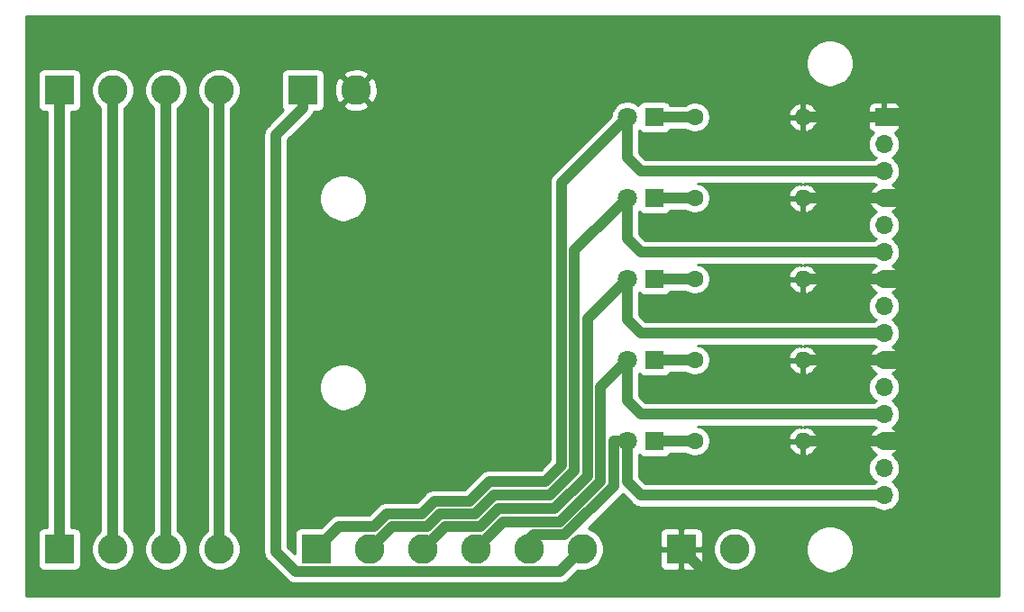
<source format=gtl>
G04 #@! TF.GenerationSoftware,KiCad,Pcbnew,(5.1.2)-2*
G04 #@! TF.CreationDate,2019-06-27T20:53:15-04:00*
G04 #@! TF.ProjectId,connection-portal,636f6e6e-6563-4746-996f-6e2d706f7274,rev?*
G04 #@! TF.SameCoordinates,Original*
G04 #@! TF.FileFunction,Copper,L1,Top*
G04 #@! TF.FilePolarity,Positive*
%FSLAX46Y46*%
G04 Gerber Fmt 4.6, Leading zero omitted, Abs format (unit mm)*
G04 Created by KiCad (PCBNEW (5.1.2)-2) date 2019-06-27 20:53:15*
%MOMM*%
%LPD*%
G04 APERTURE LIST*
%ADD10O,1.600000X1.600000*%
%ADD11C,1.600000*%
%ADD12O,1.700000X1.700000*%
%ADD13R,1.700000X1.700000*%
%ADD14C,2.800000*%
%ADD15R,2.800000X2.800000*%
%ADD16C,1.800000*%
%ADD17R,1.800000X1.800000*%
%ADD18C,1.000000*%
%ADD19C,1.700000*%
%ADD20C,5.000000*%
%ADD21C,0.254000*%
G04 APERTURE END LIST*
D10*
X167640000Y-113030000D03*
D11*
X157480000Y-113030000D03*
D10*
X167640000Y-105410000D03*
D11*
X157480000Y-105410000D03*
D10*
X167640000Y-97790000D03*
D11*
X157480000Y-97790000D03*
D10*
X167640000Y-90170000D03*
D11*
X157480000Y-90170000D03*
D10*
X167640000Y-82550000D03*
D11*
X157480000Y-82550000D03*
D12*
X175260000Y-118110000D03*
X175260000Y-115570000D03*
X175260000Y-113030000D03*
X175260000Y-110490000D03*
X175260000Y-107950000D03*
X175260000Y-105410000D03*
X175260000Y-102870000D03*
X175260000Y-100330000D03*
X175260000Y-97790000D03*
X175260000Y-95250000D03*
X175260000Y-92710000D03*
X175260000Y-90170000D03*
X175260000Y-87630000D03*
X175260000Y-85090000D03*
D13*
X175260000Y-82550000D03*
D14*
X112790000Y-80010000D03*
X107790000Y-80010000D03*
X102790000Y-80010000D03*
D15*
X97790000Y-80010000D03*
D14*
X125650000Y-80010000D03*
D15*
X120650000Y-80010000D03*
D14*
X146920000Y-123190000D03*
X141920000Y-123190000D03*
X136920000Y-123190000D03*
X131920000Y-123190000D03*
X126920000Y-123190000D03*
D15*
X121920000Y-123190000D03*
D14*
X112790000Y-123190000D03*
X107790000Y-123190000D03*
X102790000Y-123190000D03*
D15*
X97790000Y-123190000D03*
D14*
X161210000Y-123190000D03*
D15*
X156210000Y-123190000D03*
D16*
X151130000Y-113030000D03*
D17*
X153670000Y-113030000D03*
D16*
X151130000Y-105410000D03*
D17*
X153670000Y-105410000D03*
D16*
X151130000Y-97790000D03*
D17*
X153670000Y-97790000D03*
D16*
X151130000Y-90170000D03*
D17*
X153670000Y-90170000D03*
D16*
X151130000Y-82550000D03*
D17*
X153670000Y-82550000D03*
D18*
X151130000Y-82550000D02*
X151130000Y-86360000D01*
X151130000Y-86360000D02*
X152400000Y-87630000D01*
X152400000Y-87630000D02*
X175260000Y-87630000D01*
X127322931Y-121089999D02*
X128522941Y-119889989D01*
X121920000Y-123190000D02*
X124020001Y-121089999D01*
X124020001Y-121089999D02*
X127322931Y-121089999D01*
X131825871Y-119889989D02*
X133025881Y-118689979D01*
X128522941Y-119889989D02*
X131825871Y-119889989D01*
X133025881Y-118689979D02*
X136328811Y-118689979D01*
X138178790Y-116840000D02*
X143461618Y-116840000D01*
X136328811Y-118689979D02*
X138178790Y-116840000D01*
X143461618Y-116840000D02*
X144989970Y-115311648D01*
X144989970Y-88690030D02*
X151130000Y-82550000D01*
X144989970Y-115311648D02*
X144989970Y-88690030D01*
X153670000Y-82550000D02*
X157480000Y-82550000D01*
X151130000Y-90170000D02*
X151130000Y-93980000D01*
X151130000Y-93980000D02*
X152400000Y-95250000D01*
X152400000Y-95250000D02*
X175260000Y-95250000D01*
X132322931Y-121089999D02*
X133522941Y-119889989D01*
X126920000Y-123190000D02*
X129020001Y-121089999D01*
X129020001Y-121089999D02*
X132322931Y-121089999D01*
X133522941Y-119889989D02*
X136825871Y-119889989D01*
X138605860Y-118110000D02*
X143888688Y-118110000D01*
X136825871Y-119889989D02*
X138605860Y-118110000D01*
X150230001Y-91069999D02*
X151130000Y-90170000D01*
X146189980Y-95110020D02*
X150230001Y-91069999D01*
X146189980Y-115808708D02*
X146189980Y-95110020D01*
X143888688Y-118110000D02*
X146189980Y-115808708D01*
X153670000Y-90170000D02*
X157480000Y-90170000D01*
X152400000Y-102870000D02*
X175260000Y-102870000D01*
X151130000Y-97790000D02*
X151130000Y-101600000D01*
X151130000Y-101600000D02*
X152400000Y-102870000D01*
X150230001Y-98689999D02*
X151130000Y-97790000D01*
X147389990Y-101530010D02*
X150230001Y-98689999D01*
X147389990Y-116305768D02*
X147389990Y-101530010D01*
X144315758Y-119380000D02*
X147389990Y-116305768D01*
X134020001Y-121089999D02*
X137322931Y-121089999D01*
X131920000Y-123190000D02*
X134020001Y-121089999D01*
X139032930Y-119380000D02*
X144315758Y-119380000D01*
X137322931Y-121089999D02*
X139032930Y-119380000D01*
X153670000Y-97790000D02*
X157480000Y-97790000D01*
X151130000Y-105410000D02*
X151130000Y-109220000D01*
X151130000Y-109220000D02*
X152400000Y-110490000D01*
X152400000Y-110490000D02*
X175260000Y-110490000D01*
X136920000Y-123190000D02*
X139478586Y-120631414D01*
X139478586Y-120631414D02*
X144761414Y-120631414D01*
X144761414Y-120631414D02*
X148590000Y-116802828D01*
X148590000Y-107950000D02*
X151130000Y-105410000D01*
X148590000Y-116802828D02*
X148590000Y-107950000D01*
X153670000Y-105410000D02*
X157480000Y-105410000D01*
X151130000Y-113030000D02*
X151130000Y-116840000D01*
X151130000Y-116840000D02*
X152400000Y-118110000D01*
X152400000Y-118110000D02*
X175260000Y-118110000D01*
X149860000Y-113030000D02*
X151130000Y-113030000D01*
X149860000Y-117229898D02*
X149860000Y-113030000D01*
X141920000Y-123190000D02*
X141920000Y-122240000D01*
X145258474Y-121831424D02*
X149860000Y-117229898D01*
X142328576Y-121831424D02*
X145258474Y-121831424D01*
X141920000Y-122240000D02*
X142328576Y-121831424D01*
X153670000Y-113030000D02*
X157480000Y-113030000D01*
D19*
X180340000Y-90170000D02*
X181610000Y-88900000D01*
X175260000Y-90170000D02*
X180340000Y-90170000D01*
X175260000Y-82550000D02*
X181610000Y-82550000D01*
X175260000Y-97790000D02*
X181610000Y-97790000D01*
X180340000Y-105410000D02*
X181610000Y-106680000D01*
X175260000Y-105410000D02*
X180340000Y-105410000D01*
X175260000Y-113030000D02*
X181610000Y-113030000D01*
D18*
X167640000Y-82550000D02*
X175260000Y-82550000D01*
X167640000Y-90170000D02*
X175260000Y-90170000D01*
X167640000Y-97790000D02*
X175260000Y-97790000D01*
X167640000Y-113030000D02*
X175260000Y-113030000D01*
X167640000Y-105410000D02*
X175260000Y-105410000D01*
D20*
X181610000Y-82540000D02*
X181610000Y-82550000D01*
D18*
X156210000Y-123190000D02*
X158510001Y-125490001D01*
X112790000Y-80010000D02*
X112790000Y-123190000D01*
X107790000Y-123190000D02*
X107790000Y-80010000D01*
X102790000Y-121210102D02*
X102790000Y-80010000D01*
X102790000Y-123190000D02*
X102790000Y-121210102D01*
X97790000Y-120790000D02*
X97790000Y-80010000D01*
X97790000Y-123190000D02*
X97790000Y-120790000D01*
X120650000Y-81660000D02*
X120650000Y-80010000D01*
X118110000Y-84200000D02*
X120650000Y-81660000D01*
X118110000Y-84200000D02*
X118110000Y-92710000D01*
X118110000Y-123440002D02*
X118110000Y-121920000D01*
X119959999Y-125290001D02*
X118110000Y-123440002D01*
X144819999Y-125290001D02*
X119959999Y-125290001D01*
X146920000Y-123190000D02*
X144819999Y-125290001D01*
X118110000Y-121920000D02*
X118110000Y-91820000D01*
D21*
G36*
X186030000Y-127610000D02*
G01*
X94640000Y-127610000D01*
X94640000Y-78610000D01*
X95751928Y-78610000D01*
X95751928Y-81410000D01*
X95764188Y-81534482D01*
X95800498Y-81654180D01*
X95859463Y-81764494D01*
X95938815Y-81861185D01*
X96035506Y-81940537D01*
X96145820Y-81999502D01*
X96265518Y-82035812D01*
X96390000Y-82048072D01*
X96655001Y-82048072D01*
X96655000Y-120845751D01*
X96655001Y-120845761D01*
X96655001Y-121151928D01*
X96390000Y-121151928D01*
X96265518Y-121164188D01*
X96145820Y-121200498D01*
X96035506Y-121259463D01*
X95938815Y-121338815D01*
X95859463Y-121435506D01*
X95800498Y-121545820D01*
X95764188Y-121665518D01*
X95751928Y-121790000D01*
X95751928Y-124590000D01*
X95764188Y-124714482D01*
X95800498Y-124834180D01*
X95859463Y-124944494D01*
X95938815Y-125041185D01*
X96035506Y-125120537D01*
X96145820Y-125179502D01*
X96265518Y-125215812D01*
X96390000Y-125228072D01*
X99190000Y-125228072D01*
X99314482Y-125215812D01*
X99434180Y-125179502D01*
X99544494Y-125120537D01*
X99641185Y-125041185D01*
X99720537Y-124944494D01*
X99779502Y-124834180D01*
X99815812Y-124714482D01*
X99828072Y-124590000D01*
X99828072Y-121790000D01*
X99815812Y-121665518D01*
X99779502Y-121545820D01*
X99720537Y-121435506D01*
X99641185Y-121338815D01*
X99544494Y-121259463D01*
X99434180Y-121200498D01*
X99314482Y-121164188D01*
X99190000Y-121151928D01*
X98925000Y-121151928D01*
X98925000Y-82048072D01*
X99190000Y-82048072D01*
X99314482Y-82035812D01*
X99434180Y-81999502D01*
X99544494Y-81940537D01*
X99641185Y-81861185D01*
X99720537Y-81764494D01*
X99779502Y-81654180D01*
X99815812Y-81534482D01*
X99828072Y-81410000D01*
X99828072Y-79809570D01*
X100755000Y-79809570D01*
X100755000Y-80210430D01*
X100833204Y-80603587D01*
X100986607Y-80973934D01*
X101209313Y-81307237D01*
X101492763Y-81590687D01*
X101655001Y-81699091D01*
X101655000Y-121265853D01*
X101655001Y-121265863D01*
X101655001Y-121500909D01*
X101492763Y-121609313D01*
X101209313Y-121892763D01*
X100986607Y-122226066D01*
X100833204Y-122596413D01*
X100755000Y-122989570D01*
X100755000Y-123390430D01*
X100833204Y-123783587D01*
X100986607Y-124153934D01*
X101209313Y-124487237D01*
X101492763Y-124770687D01*
X101826066Y-124993393D01*
X102196413Y-125146796D01*
X102589570Y-125225000D01*
X102990430Y-125225000D01*
X103383587Y-125146796D01*
X103753934Y-124993393D01*
X104087237Y-124770687D01*
X104370687Y-124487237D01*
X104593393Y-124153934D01*
X104746796Y-123783587D01*
X104825000Y-123390430D01*
X104825000Y-122989570D01*
X104746796Y-122596413D01*
X104593393Y-122226066D01*
X104370687Y-121892763D01*
X104087237Y-121609313D01*
X103925000Y-121500910D01*
X103925000Y-81699090D01*
X104087237Y-81590687D01*
X104370687Y-81307237D01*
X104593393Y-80973934D01*
X104746796Y-80603587D01*
X104825000Y-80210430D01*
X104825000Y-79809570D01*
X105755000Y-79809570D01*
X105755000Y-80210430D01*
X105833204Y-80603587D01*
X105986607Y-80973934D01*
X106209313Y-81307237D01*
X106492763Y-81590687D01*
X106655001Y-81699091D01*
X106655000Y-121500910D01*
X106492763Y-121609313D01*
X106209313Y-121892763D01*
X105986607Y-122226066D01*
X105833204Y-122596413D01*
X105755000Y-122989570D01*
X105755000Y-123390430D01*
X105833204Y-123783587D01*
X105986607Y-124153934D01*
X106209313Y-124487237D01*
X106492763Y-124770687D01*
X106826066Y-124993393D01*
X107196413Y-125146796D01*
X107589570Y-125225000D01*
X107990430Y-125225000D01*
X108383587Y-125146796D01*
X108753934Y-124993393D01*
X109087237Y-124770687D01*
X109370687Y-124487237D01*
X109593393Y-124153934D01*
X109746796Y-123783587D01*
X109825000Y-123390430D01*
X109825000Y-122989570D01*
X109746796Y-122596413D01*
X109593393Y-122226066D01*
X109370687Y-121892763D01*
X109087237Y-121609313D01*
X108925000Y-121500910D01*
X108925000Y-81699090D01*
X109087237Y-81590687D01*
X109370687Y-81307237D01*
X109593393Y-80973934D01*
X109746796Y-80603587D01*
X109825000Y-80210430D01*
X109825000Y-79809570D01*
X110755000Y-79809570D01*
X110755000Y-80210430D01*
X110833204Y-80603587D01*
X110986607Y-80973934D01*
X111209313Y-81307237D01*
X111492763Y-81590687D01*
X111655000Y-81699090D01*
X111655001Y-121500909D01*
X111492763Y-121609313D01*
X111209313Y-121892763D01*
X110986607Y-122226066D01*
X110833204Y-122596413D01*
X110755000Y-122989570D01*
X110755000Y-123390430D01*
X110833204Y-123783587D01*
X110986607Y-124153934D01*
X111209313Y-124487237D01*
X111492763Y-124770687D01*
X111826066Y-124993393D01*
X112196413Y-125146796D01*
X112589570Y-125225000D01*
X112990430Y-125225000D01*
X113383587Y-125146796D01*
X113753934Y-124993393D01*
X114087237Y-124770687D01*
X114370687Y-124487237D01*
X114593393Y-124153934D01*
X114746796Y-123783587D01*
X114825000Y-123390430D01*
X114825000Y-122989570D01*
X114746796Y-122596413D01*
X114593393Y-122226066D01*
X114370687Y-121892763D01*
X114087237Y-121609313D01*
X113925000Y-121500910D01*
X113925000Y-84200000D01*
X116969509Y-84200000D01*
X116975000Y-84255752D01*
X116975001Y-91764248D01*
X116975000Y-121864248D01*
X116975000Y-123384251D01*
X116969509Y-123440002D01*
X116975000Y-123495753D01*
X116991423Y-123662500D01*
X117056324Y-123876448D01*
X117161716Y-124073625D01*
X117303551Y-124246451D01*
X117346864Y-124281997D01*
X119118012Y-126053147D01*
X119153550Y-126096450D01*
X119196853Y-126131988D01*
X119196855Y-126131990D01*
X119326376Y-126238285D01*
X119523552Y-126343677D01*
X119737500Y-126408578D01*
X119959999Y-126430492D01*
X120015751Y-126425001D01*
X144764248Y-126425001D01*
X144819999Y-126430492D01*
X144875750Y-126425001D01*
X144875751Y-126425001D01*
X145042498Y-126408578D01*
X145256446Y-126343677D01*
X145453622Y-126238285D01*
X145626448Y-126096450D01*
X145661995Y-126053136D01*
X146528198Y-125186934D01*
X146719570Y-125225000D01*
X147120430Y-125225000D01*
X147513587Y-125146796D01*
X147883934Y-124993393D01*
X148217237Y-124770687D01*
X148397924Y-124590000D01*
X154171928Y-124590000D01*
X154184188Y-124714482D01*
X154220498Y-124834180D01*
X154279463Y-124944494D01*
X154358815Y-125041185D01*
X154455506Y-125120537D01*
X154565820Y-125179502D01*
X154685518Y-125215812D01*
X154810000Y-125228072D01*
X155924250Y-125225000D01*
X156083000Y-125066250D01*
X156083000Y-123317000D01*
X156337000Y-123317000D01*
X156337000Y-125066250D01*
X156495750Y-125225000D01*
X157610000Y-125228072D01*
X157734482Y-125215812D01*
X157854180Y-125179502D01*
X157964494Y-125120537D01*
X158061185Y-125041185D01*
X158140537Y-124944494D01*
X158199502Y-124834180D01*
X158235812Y-124714482D01*
X158248072Y-124590000D01*
X158245000Y-123475750D01*
X158086250Y-123317000D01*
X156337000Y-123317000D01*
X156083000Y-123317000D01*
X154333750Y-123317000D01*
X154175000Y-123475750D01*
X154171928Y-124590000D01*
X148397924Y-124590000D01*
X148500687Y-124487237D01*
X148723393Y-124153934D01*
X148876796Y-123783587D01*
X148955000Y-123390430D01*
X148955000Y-122989570D01*
X148876796Y-122596413D01*
X148723393Y-122226066D01*
X148500687Y-121892763D01*
X148397924Y-121790000D01*
X154171928Y-121790000D01*
X154175000Y-122904250D01*
X154333750Y-123063000D01*
X156083000Y-123063000D01*
X156083000Y-121313750D01*
X156337000Y-121313750D01*
X156337000Y-123063000D01*
X158086250Y-123063000D01*
X158159680Y-122989570D01*
X159175000Y-122989570D01*
X159175000Y-123390430D01*
X159253204Y-123783587D01*
X159406607Y-124153934D01*
X159629313Y-124487237D01*
X159912763Y-124770687D01*
X160246066Y-124993393D01*
X160616413Y-125146796D01*
X161009570Y-125225000D01*
X161410430Y-125225000D01*
X161803587Y-125146796D01*
X162173934Y-124993393D01*
X162507237Y-124770687D01*
X162790687Y-124487237D01*
X163013393Y-124153934D01*
X163166796Y-123783587D01*
X163245000Y-123390430D01*
X163245000Y-122989570D01*
X163241082Y-122969872D01*
X167945000Y-122969872D01*
X167945000Y-123410128D01*
X168030890Y-123841925D01*
X168199369Y-124248669D01*
X168443962Y-124614729D01*
X168755271Y-124926038D01*
X169121331Y-125170631D01*
X169528075Y-125339110D01*
X169959872Y-125425000D01*
X170400128Y-125425000D01*
X170831925Y-125339110D01*
X171238669Y-125170631D01*
X171604729Y-124926038D01*
X171916038Y-124614729D01*
X172160631Y-124248669D01*
X172329110Y-123841925D01*
X172415000Y-123410128D01*
X172415000Y-122969872D01*
X172329110Y-122538075D01*
X172160631Y-122131331D01*
X171916038Y-121765271D01*
X171604729Y-121453962D01*
X171238669Y-121209369D01*
X170831925Y-121040890D01*
X170400128Y-120955000D01*
X169959872Y-120955000D01*
X169528075Y-121040890D01*
X169121331Y-121209369D01*
X168755271Y-121453962D01*
X168443962Y-121765271D01*
X168199369Y-122131331D01*
X168030890Y-122538075D01*
X167945000Y-122969872D01*
X163241082Y-122969872D01*
X163166796Y-122596413D01*
X163013393Y-122226066D01*
X162790687Y-121892763D01*
X162507237Y-121609313D01*
X162173934Y-121386607D01*
X161803587Y-121233204D01*
X161410430Y-121155000D01*
X161009570Y-121155000D01*
X160616413Y-121233204D01*
X160246066Y-121386607D01*
X159912763Y-121609313D01*
X159629313Y-121892763D01*
X159406607Y-122226066D01*
X159253204Y-122596413D01*
X159175000Y-122989570D01*
X158159680Y-122989570D01*
X158245000Y-122904250D01*
X158248072Y-121790000D01*
X158235812Y-121665518D01*
X158199502Y-121545820D01*
X158140537Y-121435506D01*
X158061185Y-121338815D01*
X157964494Y-121259463D01*
X157854180Y-121200498D01*
X157734482Y-121164188D01*
X157610000Y-121151928D01*
X156495750Y-121155000D01*
X156337000Y-121313750D01*
X156083000Y-121313750D01*
X155924250Y-121155000D01*
X154810000Y-121151928D01*
X154685518Y-121164188D01*
X154565820Y-121200498D01*
X154455506Y-121259463D01*
X154358815Y-121338815D01*
X154279463Y-121435506D01*
X154220498Y-121545820D01*
X154184188Y-121665518D01*
X154171928Y-121790000D01*
X148397924Y-121790000D01*
X148217237Y-121609313D01*
X147883934Y-121386607D01*
X147513587Y-121233204D01*
X147470413Y-121224616D01*
X150623141Y-118071889D01*
X150666449Y-118036347D01*
X150691135Y-118006267D01*
X151558008Y-118873140D01*
X151593551Y-118916449D01*
X151766377Y-119058284D01*
X151963553Y-119163676D01*
X152127705Y-119213471D01*
X152177500Y-119228577D01*
X152198493Y-119230644D01*
X152344248Y-119245000D01*
X152344255Y-119245000D01*
X152399999Y-119250490D01*
X152455743Y-119245000D01*
X174302183Y-119245000D01*
X174430986Y-119350706D01*
X174688966Y-119488599D01*
X174968889Y-119573513D01*
X175187050Y-119595000D01*
X175332950Y-119595000D01*
X175551111Y-119573513D01*
X175831034Y-119488599D01*
X176089014Y-119350706D01*
X176315134Y-119165134D01*
X176500706Y-118939014D01*
X176638599Y-118681034D01*
X176723513Y-118401111D01*
X176752185Y-118110000D01*
X176723513Y-117818889D01*
X176638599Y-117538966D01*
X176500706Y-117280986D01*
X176315134Y-117054866D01*
X176089014Y-116869294D01*
X176034209Y-116840000D01*
X176089014Y-116810706D01*
X176315134Y-116625134D01*
X176500706Y-116399014D01*
X176638599Y-116141034D01*
X176723513Y-115861111D01*
X176752185Y-115570000D01*
X176723513Y-115278889D01*
X176638599Y-114998966D01*
X176500706Y-114740986D01*
X176315134Y-114514866D01*
X176089014Y-114329294D01*
X176024477Y-114294799D01*
X176141355Y-114225178D01*
X176357588Y-114030269D01*
X176531641Y-113796920D01*
X176656825Y-113534099D01*
X176701476Y-113386890D01*
X176580155Y-113157000D01*
X175387000Y-113157000D01*
X175387000Y-113177000D01*
X175133000Y-113177000D01*
X175133000Y-113157000D01*
X173939845Y-113157000D01*
X173818524Y-113386890D01*
X173863175Y-113534099D01*
X173988359Y-113796920D01*
X174162412Y-114030269D01*
X174378645Y-114225178D01*
X174495523Y-114294799D01*
X174430986Y-114329294D01*
X174204866Y-114514866D01*
X174019294Y-114740986D01*
X173881401Y-114998966D01*
X173796487Y-115278889D01*
X173767815Y-115570000D01*
X173796487Y-115861111D01*
X173881401Y-116141034D01*
X174019294Y-116399014D01*
X174204866Y-116625134D01*
X174430986Y-116810706D01*
X174485791Y-116840000D01*
X174430986Y-116869294D01*
X174302183Y-116975000D01*
X152870132Y-116975000D01*
X152265000Y-116369869D01*
X152265000Y-114315611D01*
X152318815Y-114381185D01*
X152415506Y-114460537D01*
X152525820Y-114519502D01*
X152645518Y-114555812D01*
X152770000Y-114568072D01*
X154570000Y-114568072D01*
X154694482Y-114555812D01*
X154814180Y-114519502D01*
X154924494Y-114460537D01*
X155021185Y-114381185D01*
X155100537Y-114284494D01*
X155159502Y-114174180D01*
X155162287Y-114165000D01*
X156595716Y-114165000D01*
X156800273Y-114301680D01*
X157061426Y-114409853D01*
X157338665Y-114465000D01*
X157621335Y-114465000D01*
X157898574Y-114409853D01*
X158159727Y-114301680D01*
X158394759Y-114144637D01*
X158594637Y-113944759D01*
X158751680Y-113709727D01*
X158859853Y-113448574D01*
X158873684Y-113379039D01*
X166248096Y-113379039D01*
X166288754Y-113513087D01*
X166408963Y-113767420D01*
X166576481Y-113993414D01*
X166784869Y-114182385D01*
X167026119Y-114327070D01*
X167290960Y-114421909D01*
X167513000Y-114300624D01*
X167513000Y-113157000D01*
X167767000Y-113157000D01*
X167767000Y-114300624D01*
X167989040Y-114421909D01*
X168253881Y-114327070D01*
X168495131Y-114182385D01*
X168703519Y-113993414D01*
X168871037Y-113767420D01*
X168991246Y-113513087D01*
X169031904Y-113379039D01*
X168909915Y-113157000D01*
X167767000Y-113157000D01*
X167513000Y-113157000D01*
X166370085Y-113157000D01*
X166248096Y-113379039D01*
X158873684Y-113379039D01*
X158915000Y-113171335D01*
X158915000Y-112888665D01*
X158859853Y-112611426D01*
X158751680Y-112350273D01*
X158594637Y-112115241D01*
X158394759Y-111915363D01*
X158159727Y-111758320D01*
X157898574Y-111650147D01*
X157772153Y-111625000D01*
X167512998Y-111625000D01*
X167512998Y-111759375D01*
X167290960Y-111638091D01*
X167026119Y-111732930D01*
X166784869Y-111877615D01*
X166576481Y-112066586D01*
X166408963Y-112292580D01*
X166288754Y-112546913D01*
X166248096Y-112680961D01*
X166370085Y-112903000D01*
X167513000Y-112903000D01*
X167513000Y-112883000D01*
X167767000Y-112883000D01*
X167767000Y-112903000D01*
X168909915Y-112903000D01*
X169031904Y-112680961D01*
X168991246Y-112546913D01*
X168871037Y-112292580D01*
X168703519Y-112066586D01*
X168495131Y-111877615D01*
X168253881Y-111732930D01*
X167989040Y-111638091D01*
X167767002Y-111759375D01*
X167767002Y-111625000D01*
X174302183Y-111625000D01*
X174430986Y-111730706D01*
X174495523Y-111765201D01*
X174378645Y-111834822D01*
X174162412Y-112029731D01*
X173988359Y-112263080D01*
X173863175Y-112525901D01*
X173818524Y-112673110D01*
X173939845Y-112903000D01*
X175133000Y-112903000D01*
X175133000Y-112883000D01*
X175387000Y-112883000D01*
X175387000Y-112903000D01*
X176580155Y-112903000D01*
X176701476Y-112673110D01*
X176656825Y-112525901D01*
X176531641Y-112263080D01*
X176357588Y-112029731D01*
X176141355Y-111834822D01*
X176024477Y-111765201D01*
X176089014Y-111730706D01*
X176315134Y-111545134D01*
X176500706Y-111319014D01*
X176638599Y-111061034D01*
X176723513Y-110781111D01*
X176752185Y-110490000D01*
X176723513Y-110198889D01*
X176638599Y-109918966D01*
X176500706Y-109660986D01*
X176315134Y-109434866D01*
X176089014Y-109249294D01*
X176034209Y-109220000D01*
X176089014Y-109190706D01*
X176315134Y-109005134D01*
X176500706Y-108779014D01*
X176638599Y-108521034D01*
X176723513Y-108241111D01*
X176752185Y-107950000D01*
X176723513Y-107658889D01*
X176638599Y-107378966D01*
X176500706Y-107120986D01*
X176315134Y-106894866D01*
X176089014Y-106709294D01*
X176024477Y-106674799D01*
X176141355Y-106605178D01*
X176357588Y-106410269D01*
X176531641Y-106176920D01*
X176656825Y-105914099D01*
X176701476Y-105766890D01*
X176580155Y-105537000D01*
X175387000Y-105537000D01*
X175387000Y-105557000D01*
X175133000Y-105557000D01*
X175133000Y-105537000D01*
X173939845Y-105537000D01*
X173818524Y-105766890D01*
X173863175Y-105914099D01*
X173988359Y-106176920D01*
X174162412Y-106410269D01*
X174378645Y-106605178D01*
X174495523Y-106674799D01*
X174430986Y-106709294D01*
X174204866Y-106894866D01*
X174019294Y-107120986D01*
X173881401Y-107378966D01*
X173796487Y-107658889D01*
X173767815Y-107950000D01*
X173796487Y-108241111D01*
X173881401Y-108521034D01*
X174019294Y-108779014D01*
X174204866Y-109005134D01*
X174430986Y-109190706D01*
X174485791Y-109220000D01*
X174430986Y-109249294D01*
X174302183Y-109355000D01*
X152870132Y-109355000D01*
X152265000Y-108749869D01*
X152265000Y-106695611D01*
X152318815Y-106761185D01*
X152415506Y-106840537D01*
X152525820Y-106899502D01*
X152645518Y-106935812D01*
X152770000Y-106948072D01*
X154570000Y-106948072D01*
X154694482Y-106935812D01*
X154814180Y-106899502D01*
X154924494Y-106840537D01*
X155021185Y-106761185D01*
X155100537Y-106664494D01*
X155159502Y-106554180D01*
X155162287Y-106545000D01*
X156595716Y-106545000D01*
X156800273Y-106681680D01*
X157061426Y-106789853D01*
X157338665Y-106845000D01*
X157621335Y-106845000D01*
X157898574Y-106789853D01*
X158159727Y-106681680D01*
X158394759Y-106524637D01*
X158594637Y-106324759D01*
X158751680Y-106089727D01*
X158859853Y-105828574D01*
X158873684Y-105759039D01*
X166248096Y-105759039D01*
X166288754Y-105893087D01*
X166408963Y-106147420D01*
X166576481Y-106373414D01*
X166784869Y-106562385D01*
X167026119Y-106707070D01*
X167290960Y-106801909D01*
X167513000Y-106680624D01*
X167513000Y-105537000D01*
X167767000Y-105537000D01*
X167767000Y-106680624D01*
X167989040Y-106801909D01*
X168253881Y-106707070D01*
X168495131Y-106562385D01*
X168703519Y-106373414D01*
X168871037Y-106147420D01*
X168991246Y-105893087D01*
X169031904Y-105759039D01*
X168909915Y-105537000D01*
X167767000Y-105537000D01*
X167513000Y-105537000D01*
X166370085Y-105537000D01*
X166248096Y-105759039D01*
X158873684Y-105759039D01*
X158915000Y-105551335D01*
X158915000Y-105268665D01*
X158859853Y-104991426D01*
X158751680Y-104730273D01*
X158594637Y-104495241D01*
X158394759Y-104295363D01*
X158159727Y-104138320D01*
X157898574Y-104030147D01*
X157772153Y-104005000D01*
X167512998Y-104005000D01*
X167512998Y-104139375D01*
X167290960Y-104018091D01*
X167026119Y-104112930D01*
X166784869Y-104257615D01*
X166576481Y-104446586D01*
X166408963Y-104672580D01*
X166288754Y-104926913D01*
X166248096Y-105060961D01*
X166370085Y-105283000D01*
X167513000Y-105283000D01*
X167513000Y-105263000D01*
X167767000Y-105263000D01*
X167767000Y-105283000D01*
X168909915Y-105283000D01*
X169031904Y-105060961D01*
X168991246Y-104926913D01*
X168871037Y-104672580D01*
X168703519Y-104446586D01*
X168495131Y-104257615D01*
X168253881Y-104112930D01*
X167989040Y-104018091D01*
X167767002Y-104139375D01*
X167767002Y-104005000D01*
X174302183Y-104005000D01*
X174430986Y-104110706D01*
X174495523Y-104145201D01*
X174378645Y-104214822D01*
X174162412Y-104409731D01*
X173988359Y-104643080D01*
X173863175Y-104905901D01*
X173818524Y-105053110D01*
X173939845Y-105283000D01*
X175133000Y-105283000D01*
X175133000Y-105263000D01*
X175387000Y-105263000D01*
X175387000Y-105283000D01*
X176580155Y-105283000D01*
X176701476Y-105053110D01*
X176656825Y-104905901D01*
X176531641Y-104643080D01*
X176357588Y-104409731D01*
X176141355Y-104214822D01*
X176024477Y-104145201D01*
X176089014Y-104110706D01*
X176315134Y-103925134D01*
X176500706Y-103699014D01*
X176638599Y-103441034D01*
X176723513Y-103161111D01*
X176752185Y-102870000D01*
X176723513Y-102578889D01*
X176638599Y-102298966D01*
X176500706Y-102040986D01*
X176315134Y-101814866D01*
X176089014Y-101629294D01*
X176034209Y-101600000D01*
X176089014Y-101570706D01*
X176315134Y-101385134D01*
X176500706Y-101159014D01*
X176638599Y-100901034D01*
X176723513Y-100621111D01*
X176752185Y-100330000D01*
X176723513Y-100038889D01*
X176638599Y-99758966D01*
X176500706Y-99500986D01*
X176315134Y-99274866D01*
X176089014Y-99089294D01*
X176024477Y-99054799D01*
X176141355Y-98985178D01*
X176357588Y-98790269D01*
X176531641Y-98556920D01*
X176656825Y-98294099D01*
X176701476Y-98146890D01*
X176580155Y-97917000D01*
X175387000Y-97917000D01*
X175387000Y-97937000D01*
X175133000Y-97937000D01*
X175133000Y-97917000D01*
X173939845Y-97917000D01*
X173818524Y-98146890D01*
X173863175Y-98294099D01*
X173988359Y-98556920D01*
X174162412Y-98790269D01*
X174378645Y-98985178D01*
X174495523Y-99054799D01*
X174430986Y-99089294D01*
X174204866Y-99274866D01*
X174019294Y-99500986D01*
X173881401Y-99758966D01*
X173796487Y-100038889D01*
X173767815Y-100330000D01*
X173796487Y-100621111D01*
X173881401Y-100901034D01*
X174019294Y-101159014D01*
X174204866Y-101385134D01*
X174430986Y-101570706D01*
X174485791Y-101600000D01*
X174430986Y-101629294D01*
X174302183Y-101735000D01*
X152870132Y-101735000D01*
X152265000Y-101129869D01*
X152265000Y-99075611D01*
X152318815Y-99141185D01*
X152415506Y-99220537D01*
X152525820Y-99279502D01*
X152645518Y-99315812D01*
X152770000Y-99328072D01*
X154570000Y-99328072D01*
X154694482Y-99315812D01*
X154814180Y-99279502D01*
X154924494Y-99220537D01*
X155021185Y-99141185D01*
X155100537Y-99044494D01*
X155159502Y-98934180D01*
X155162287Y-98925000D01*
X156595716Y-98925000D01*
X156800273Y-99061680D01*
X157061426Y-99169853D01*
X157338665Y-99225000D01*
X157621335Y-99225000D01*
X157898574Y-99169853D01*
X158159727Y-99061680D01*
X158394759Y-98904637D01*
X158594637Y-98704759D01*
X158751680Y-98469727D01*
X158859853Y-98208574D01*
X158873684Y-98139039D01*
X166248096Y-98139039D01*
X166288754Y-98273087D01*
X166408963Y-98527420D01*
X166576481Y-98753414D01*
X166784869Y-98942385D01*
X167026119Y-99087070D01*
X167290960Y-99181909D01*
X167513000Y-99060624D01*
X167513000Y-97917000D01*
X167767000Y-97917000D01*
X167767000Y-99060624D01*
X167989040Y-99181909D01*
X168253881Y-99087070D01*
X168495131Y-98942385D01*
X168703519Y-98753414D01*
X168871037Y-98527420D01*
X168991246Y-98273087D01*
X169031904Y-98139039D01*
X168909915Y-97917000D01*
X167767000Y-97917000D01*
X167513000Y-97917000D01*
X166370085Y-97917000D01*
X166248096Y-98139039D01*
X158873684Y-98139039D01*
X158915000Y-97931335D01*
X158915000Y-97648665D01*
X158859853Y-97371426D01*
X158751680Y-97110273D01*
X158594637Y-96875241D01*
X158394759Y-96675363D01*
X158159727Y-96518320D01*
X157898574Y-96410147D01*
X157772153Y-96385000D01*
X167512998Y-96385000D01*
X167512998Y-96519375D01*
X167290960Y-96398091D01*
X167026119Y-96492930D01*
X166784869Y-96637615D01*
X166576481Y-96826586D01*
X166408963Y-97052580D01*
X166288754Y-97306913D01*
X166248096Y-97440961D01*
X166370085Y-97663000D01*
X167513000Y-97663000D01*
X167513000Y-97643000D01*
X167767000Y-97643000D01*
X167767000Y-97663000D01*
X168909915Y-97663000D01*
X169031904Y-97440961D01*
X168991246Y-97306913D01*
X168871037Y-97052580D01*
X168703519Y-96826586D01*
X168495131Y-96637615D01*
X168253881Y-96492930D01*
X167989040Y-96398091D01*
X167767002Y-96519375D01*
X167767002Y-96385000D01*
X174302183Y-96385000D01*
X174430986Y-96490706D01*
X174495523Y-96525201D01*
X174378645Y-96594822D01*
X174162412Y-96789731D01*
X173988359Y-97023080D01*
X173863175Y-97285901D01*
X173818524Y-97433110D01*
X173939845Y-97663000D01*
X175133000Y-97663000D01*
X175133000Y-97643000D01*
X175387000Y-97643000D01*
X175387000Y-97663000D01*
X176580155Y-97663000D01*
X176701476Y-97433110D01*
X176656825Y-97285901D01*
X176531641Y-97023080D01*
X176357588Y-96789731D01*
X176141355Y-96594822D01*
X176024477Y-96525201D01*
X176089014Y-96490706D01*
X176315134Y-96305134D01*
X176500706Y-96079014D01*
X176638599Y-95821034D01*
X176723513Y-95541111D01*
X176752185Y-95250000D01*
X176723513Y-94958889D01*
X176638599Y-94678966D01*
X176500706Y-94420986D01*
X176315134Y-94194866D01*
X176089014Y-94009294D01*
X176034209Y-93980000D01*
X176089014Y-93950706D01*
X176315134Y-93765134D01*
X176500706Y-93539014D01*
X176638599Y-93281034D01*
X176723513Y-93001111D01*
X176752185Y-92710000D01*
X176723513Y-92418889D01*
X176638599Y-92138966D01*
X176500706Y-91880986D01*
X176315134Y-91654866D01*
X176089014Y-91469294D01*
X176024477Y-91434799D01*
X176141355Y-91365178D01*
X176357588Y-91170269D01*
X176531641Y-90936920D01*
X176656825Y-90674099D01*
X176701476Y-90526890D01*
X176580155Y-90297000D01*
X175387000Y-90297000D01*
X175387000Y-90317000D01*
X175133000Y-90317000D01*
X175133000Y-90297000D01*
X173939845Y-90297000D01*
X173818524Y-90526890D01*
X173863175Y-90674099D01*
X173988359Y-90936920D01*
X174162412Y-91170269D01*
X174378645Y-91365178D01*
X174495523Y-91434799D01*
X174430986Y-91469294D01*
X174204866Y-91654866D01*
X174019294Y-91880986D01*
X173881401Y-92138966D01*
X173796487Y-92418889D01*
X173767815Y-92710000D01*
X173796487Y-93001111D01*
X173881401Y-93281034D01*
X174019294Y-93539014D01*
X174204866Y-93765134D01*
X174430986Y-93950706D01*
X174485791Y-93980000D01*
X174430986Y-94009294D01*
X174302183Y-94115000D01*
X152870132Y-94115000D01*
X152265000Y-93509869D01*
X152265000Y-91455611D01*
X152318815Y-91521185D01*
X152415506Y-91600537D01*
X152525820Y-91659502D01*
X152645518Y-91695812D01*
X152770000Y-91708072D01*
X154570000Y-91708072D01*
X154694482Y-91695812D01*
X154814180Y-91659502D01*
X154924494Y-91600537D01*
X155021185Y-91521185D01*
X155100537Y-91424494D01*
X155159502Y-91314180D01*
X155162287Y-91305000D01*
X156595716Y-91305000D01*
X156800273Y-91441680D01*
X157061426Y-91549853D01*
X157338665Y-91605000D01*
X157621335Y-91605000D01*
X157898574Y-91549853D01*
X158159727Y-91441680D01*
X158394759Y-91284637D01*
X158594637Y-91084759D01*
X158751680Y-90849727D01*
X158859853Y-90588574D01*
X158873684Y-90519039D01*
X166248096Y-90519039D01*
X166288754Y-90653087D01*
X166408963Y-90907420D01*
X166576481Y-91133414D01*
X166784869Y-91322385D01*
X167026119Y-91467070D01*
X167290960Y-91561909D01*
X167513000Y-91440624D01*
X167513000Y-90297000D01*
X167767000Y-90297000D01*
X167767000Y-91440624D01*
X167989040Y-91561909D01*
X168253881Y-91467070D01*
X168495131Y-91322385D01*
X168703519Y-91133414D01*
X168871037Y-90907420D01*
X168991246Y-90653087D01*
X169031904Y-90519039D01*
X168909915Y-90297000D01*
X167767000Y-90297000D01*
X167513000Y-90297000D01*
X166370085Y-90297000D01*
X166248096Y-90519039D01*
X158873684Y-90519039D01*
X158915000Y-90311335D01*
X158915000Y-90028665D01*
X158859853Y-89751426D01*
X158751680Y-89490273D01*
X158594637Y-89255241D01*
X158394759Y-89055363D01*
X158159727Y-88898320D01*
X157898574Y-88790147D01*
X157772153Y-88765000D01*
X167512998Y-88765000D01*
X167512998Y-88899375D01*
X167290960Y-88778091D01*
X167026119Y-88872930D01*
X166784869Y-89017615D01*
X166576481Y-89206586D01*
X166408963Y-89432580D01*
X166288754Y-89686913D01*
X166248096Y-89820961D01*
X166370085Y-90043000D01*
X167513000Y-90043000D01*
X167513000Y-90023000D01*
X167767000Y-90023000D01*
X167767000Y-90043000D01*
X168909915Y-90043000D01*
X169031904Y-89820961D01*
X168991246Y-89686913D01*
X168871037Y-89432580D01*
X168703519Y-89206586D01*
X168495131Y-89017615D01*
X168253881Y-88872930D01*
X167989040Y-88778091D01*
X167767002Y-88899375D01*
X167767002Y-88765000D01*
X174302183Y-88765000D01*
X174430986Y-88870706D01*
X174495523Y-88905201D01*
X174378645Y-88974822D01*
X174162412Y-89169731D01*
X173988359Y-89403080D01*
X173863175Y-89665901D01*
X173818524Y-89813110D01*
X173939845Y-90043000D01*
X175133000Y-90043000D01*
X175133000Y-90023000D01*
X175387000Y-90023000D01*
X175387000Y-90043000D01*
X176580155Y-90043000D01*
X176701476Y-89813110D01*
X176656825Y-89665901D01*
X176531641Y-89403080D01*
X176357588Y-89169731D01*
X176141355Y-88974822D01*
X176024477Y-88905201D01*
X176089014Y-88870706D01*
X176315134Y-88685134D01*
X176500706Y-88459014D01*
X176638599Y-88201034D01*
X176723513Y-87921111D01*
X176752185Y-87630000D01*
X176723513Y-87338889D01*
X176638599Y-87058966D01*
X176500706Y-86800986D01*
X176315134Y-86574866D01*
X176089014Y-86389294D01*
X176034209Y-86360000D01*
X176089014Y-86330706D01*
X176315134Y-86145134D01*
X176500706Y-85919014D01*
X176638599Y-85661034D01*
X176723513Y-85381111D01*
X176752185Y-85090000D01*
X176723513Y-84798889D01*
X176638599Y-84518966D01*
X176500706Y-84260986D01*
X176315134Y-84034866D01*
X176285313Y-84010393D01*
X176354180Y-83989502D01*
X176464494Y-83930537D01*
X176561185Y-83851185D01*
X176640537Y-83754494D01*
X176699502Y-83644180D01*
X176735812Y-83524482D01*
X176748072Y-83400000D01*
X176745000Y-82835750D01*
X176586250Y-82677000D01*
X175387000Y-82677000D01*
X175387000Y-82697000D01*
X175133000Y-82697000D01*
X175133000Y-82677000D01*
X173933750Y-82677000D01*
X173775000Y-82835750D01*
X173771928Y-83400000D01*
X173784188Y-83524482D01*
X173820498Y-83644180D01*
X173879463Y-83754494D01*
X173958815Y-83851185D01*
X174055506Y-83930537D01*
X174165820Y-83989502D01*
X174234687Y-84010393D01*
X174204866Y-84034866D01*
X174019294Y-84260986D01*
X173881401Y-84518966D01*
X173796487Y-84798889D01*
X173767815Y-85090000D01*
X173796487Y-85381111D01*
X173881401Y-85661034D01*
X174019294Y-85919014D01*
X174204866Y-86145134D01*
X174430986Y-86330706D01*
X174485791Y-86360000D01*
X174430986Y-86389294D01*
X174302183Y-86495000D01*
X152870132Y-86495000D01*
X152265000Y-85889869D01*
X152265000Y-83835611D01*
X152318815Y-83901185D01*
X152415506Y-83980537D01*
X152525820Y-84039502D01*
X152645518Y-84075812D01*
X152770000Y-84088072D01*
X154570000Y-84088072D01*
X154694482Y-84075812D01*
X154814180Y-84039502D01*
X154924494Y-83980537D01*
X155021185Y-83901185D01*
X155100537Y-83804494D01*
X155159502Y-83694180D01*
X155162287Y-83685000D01*
X156595716Y-83685000D01*
X156800273Y-83821680D01*
X157061426Y-83929853D01*
X157338665Y-83985000D01*
X157621335Y-83985000D01*
X157898574Y-83929853D01*
X158159727Y-83821680D01*
X158394759Y-83664637D01*
X158594637Y-83464759D01*
X158751680Y-83229727D01*
X158859853Y-82968574D01*
X158873684Y-82899039D01*
X166248096Y-82899039D01*
X166288754Y-83033087D01*
X166408963Y-83287420D01*
X166576481Y-83513414D01*
X166784869Y-83702385D01*
X167026119Y-83847070D01*
X167290960Y-83941909D01*
X167513000Y-83820624D01*
X167513000Y-82677000D01*
X167767000Y-82677000D01*
X167767000Y-83820624D01*
X167989040Y-83941909D01*
X168253881Y-83847070D01*
X168495131Y-83702385D01*
X168703519Y-83513414D01*
X168871037Y-83287420D01*
X168991246Y-83033087D01*
X169031904Y-82899039D01*
X168909915Y-82677000D01*
X167767000Y-82677000D01*
X167513000Y-82677000D01*
X166370085Y-82677000D01*
X166248096Y-82899039D01*
X158873684Y-82899039D01*
X158915000Y-82691335D01*
X158915000Y-82408665D01*
X158873685Y-82200961D01*
X166248096Y-82200961D01*
X166370085Y-82423000D01*
X167513000Y-82423000D01*
X167513000Y-81279376D01*
X167767000Y-81279376D01*
X167767000Y-82423000D01*
X168909915Y-82423000D01*
X169031904Y-82200961D01*
X168991246Y-82066913D01*
X168871037Y-81812580D01*
X168787588Y-81700000D01*
X173771928Y-81700000D01*
X173775000Y-82264250D01*
X173933750Y-82423000D01*
X175133000Y-82423000D01*
X175133000Y-81223750D01*
X175387000Y-81223750D01*
X175387000Y-82423000D01*
X176586250Y-82423000D01*
X176745000Y-82264250D01*
X176748072Y-81700000D01*
X176735812Y-81575518D01*
X176699502Y-81455820D01*
X176640537Y-81345506D01*
X176561185Y-81248815D01*
X176464494Y-81169463D01*
X176354180Y-81110498D01*
X176234482Y-81074188D01*
X176110000Y-81061928D01*
X175545750Y-81065000D01*
X175387000Y-81223750D01*
X175133000Y-81223750D01*
X174974250Y-81065000D01*
X174410000Y-81061928D01*
X174285518Y-81074188D01*
X174165820Y-81110498D01*
X174055506Y-81169463D01*
X173958815Y-81248815D01*
X173879463Y-81345506D01*
X173820498Y-81455820D01*
X173784188Y-81575518D01*
X173771928Y-81700000D01*
X168787588Y-81700000D01*
X168703519Y-81586586D01*
X168495131Y-81397615D01*
X168253881Y-81252930D01*
X167989040Y-81158091D01*
X167767000Y-81279376D01*
X167513000Y-81279376D01*
X167290960Y-81158091D01*
X167026119Y-81252930D01*
X166784869Y-81397615D01*
X166576481Y-81586586D01*
X166408963Y-81812580D01*
X166288754Y-82066913D01*
X166248096Y-82200961D01*
X158873685Y-82200961D01*
X158859853Y-82131426D01*
X158751680Y-81870273D01*
X158594637Y-81635241D01*
X158394759Y-81435363D01*
X158159727Y-81278320D01*
X157898574Y-81170147D01*
X157621335Y-81115000D01*
X157338665Y-81115000D01*
X157061426Y-81170147D01*
X156800273Y-81278320D01*
X156595716Y-81415000D01*
X155162287Y-81415000D01*
X155159502Y-81405820D01*
X155100537Y-81295506D01*
X155021185Y-81198815D01*
X154924494Y-81119463D01*
X154814180Y-81060498D01*
X154694482Y-81024188D01*
X154570000Y-81011928D01*
X152770000Y-81011928D01*
X152645518Y-81024188D01*
X152525820Y-81060498D01*
X152415506Y-81119463D01*
X152318815Y-81198815D01*
X152239463Y-81295506D01*
X152180498Y-81405820D01*
X152174944Y-81424127D01*
X152108505Y-81357688D01*
X151857095Y-81189701D01*
X151577743Y-81073989D01*
X151281184Y-81015000D01*
X150978816Y-81015000D01*
X150682257Y-81073989D01*
X150402905Y-81189701D01*
X150151495Y-81357688D01*
X149937688Y-81571495D01*
X149769701Y-81822905D01*
X149653989Y-82102257D01*
X149595000Y-82398816D01*
X149595000Y-82479867D01*
X144226830Y-87848039D01*
X144183522Y-87883581D01*
X144041687Y-88056407D01*
X144036321Y-88066447D01*
X143936294Y-88253584D01*
X143871393Y-88467532D01*
X143849479Y-88690030D01*
X143854971Y-88745792D01*
X143854970Y-114841516D01*
X142991487Y-115705000D01*
X138234531Y-115705000D01*
X138178789Y-115699510D01*
X138123047Y-115705000D01*
X138123038Y-115705000D01*
X137956291Y-115721423D01*
X137742343Y-115786324D01*
X137545167Y-115891716D01*
X137372341Y-116033551D01*
X137336801Y-116076857D01*
X135858680Y-117554979D01*
X133081622Y-117554979D01*
X133025880Y-117549489D01*
X132970138Y-117554979D01*
X132970129Y-117554979D01*
X132803382Y-117571402D01*
X132589434Y-117636303D01*
X132392258Y-117741695D01*
X132219432Y-117883530D01*
X132183892Y-117926836D01*
X131355740Y-118754989D01*
X128578682Y-118754989D01*
X128522940Y-118749499D01*
X128467198Y-118754989D01*
X128467189Y-118754989D01*
X128300442Y-118771412D01*
X128086494Y-118836313D01*
X127889318Y-118941705D01*
X127716492Y-119083540D01*
X127680952Y-119126846D01*
X126852800Y-119954999D01*
X124075753Y-119954999D01*
X124020001Y-119949508D01*
X123964249Y-119954999D01*
X123797502Y-119971422D01*
X123583554Y-120036323D01*
X123386378Y-120141715D01*
X123213552Y-120283550D01*
X123178012Y-120326856D01*
X122352940Y-121151928D01*
X120520000Y-121151928D01*
X120395518Y-121164188D01*
X120275820Y-121200498D01*
X120165506Y-121259463D01*
X120068815Y-121338815D01*
X119989463Y-121435506D01*
X119930498Y-121545820D01*
X119894188Y-121665518D01*
X119881928Y-121790000D01*
X119881928Y-123606798D01*
X119245000Y-122969871D01*
X119245000Y-107729872D01*
X122225000Y-107729872D01*
X122225000Y-108170128D01*
X122310890Y-108601925D01*
X122479369Y-109008669D01*
X122723962Y-109374729D01*
X123035271Y-109686038D01*
X123401331Y-109930631D01*
X123808075Y-110099110D01*
X124239872Y-110185000D01*
X124680128Y-110185000D01*
X125111925Y-110099110D01*
X125518669Y-109930631D01*
X125884729Y-109686038D01*
X126196038Y-109374729D01*
X126440631Y-109008669D01*
X126609110Y-108601925D01*
X126695000Y-108170128D01*
X126695000Y-107729872D01*
X126609110Y-107298075D01*
X126440631Y-106891331D01*
X126196038Y-106525271D01*
X125884729Y-106213962D01*
X125518669Y-105969369D01*
X125111925Y-105800890D01*
X124680128Y-105715000D01*
X124239872Y-105715000D01*
X123808075Y-105800890D01*
X123401331Y-105969369D01*
X123035271Y-106213962D01*
X122723962Y-106525271D01*
X122479369Y-106891331D01*
X122310890Y-107298075D01*
X122225000Y-107729872D01*
X119245000Y-107729872D01*
X119245000Y-89949872D01*
X122225000Y-89949872D01*
X122225000Y-90390128D01*
X122310890Y-90821925D01*
X122479369Y-91228669D01*
X122723962Y-91594729D01*
X123035271Y-91906038D01*
X123401331Y-92150631D01*
X123808075Y-92319110D01*
X124239872Y-92405000D01*
X124680128Y-92405000D01*
X125111925Y-92319110D01*
X125518669Y-92150631D01*
X125884729Y-91906038D01*
X126196038Y-91594729D01*
X126440631Y-91228669D01*
X126609110Y-90821925D01*
X126695000Y-90390128D01*
X126695000Y-89949872D01*
X126609110Y-89518075D01*
X126440631Y-89111331D01*
X126196038Y-88745271D01*
X125884729Y-88433962D01*
X125518669Y-88189369D01*
X125111925Y-88020890D01*
X124680128Y-87935000D01*
X124239872Y-87935000D01*
X123808075Y-88020890D01*
X123401331Y-88189369D01*
X123035271Y-88433962D01*
X122723962Y-88745271D01*
X122479369Y-89111331D01*
X122310890Y-89518075D01*
X122225000Y-89949872D01*
X119245000Y-89949872D01*
X119245000Y-84670131D01*
X121413141Y-82501991D01*
X121456449Y-82466449D01*
X121598284Y-82293623D01*
X121703676Y-82096447D01*
X121718351Y-82048072D01*
X122050000Y-82048072D01*
X122174482Y-82035812D01*
X122294180Y-81999502D01*
X122404494Y-81940537D01*
X122501185Y-81861185D01*
X122580537Y-81764494D01*
X122639502Y-81654180D01*
X122675812Y-81534482D01*
X122686058Y-81430447D01*
X124409158Y-81430447D01*
X124553135Y-81735770D01*
X124910892Y-81916597D01*
X125297053Y-82024155D01*
X125696777Y-82054310D01*
X126094704Y-82005904D01*
X126475540Y-81880795D01*
X126746865Y-81735770D01*
X126890842Y-81430447D01*
X125650000Y-80189605D01*
X124409158Y-81430447D01*
X122686058Y-81430447D01*
X122688072Y-81410000D01*
X122688072Y-80056777D01*
X123605690Y-80056777D01*
X123654096Y-80454704D01*
X123779205Y-80835540D01*
X123924230Y-81106865D01*
X124229553Y-81250842D01*
X125470395Y-80010000D01*
X125829605Y-80010000D01*
X127070447Y-81250842D01*
X127375770Y-81106865D01*
X127556597Y-80749108D01*
X127664155Y-80362947D01*
X127694310Y-79963223D01*
X127645904Y-79565296D01*
X127520795Y-79184460D01*
X127375770Y-78913135D01*
X127070447Y-78769158D01*
X125829605Y-80010000D01*
X125470395Y-80010000D01*
X124229553Y-78769158D01*
X123924230Y-78913135D01*
X123743403Y-79270892D01*
X123635845Y-79657053D01*
X123605690Y-80056777D01*
X122688072Y-80056777D01*
X122688072Y-78610000D01*
X122686059Y-78589553D01*
X124409158Y-78589553D01*
X125650000Y-79830395D01*
X126890842Y-78589553D01*
X126746865Y-78284230D01*
X126389108Y-78103403D01*
X126002947Y-77995845D01*
X125603223Y-77965690D01*
X125205296Y-78014096D01*
X124824460Y-78139205D01*
X124553135Y-78284230D01*
X124409158Y-78589553D01*
X122686059Y-78589553D01*
X122675812Y-78485518D01*
X122639502Y-78365820D01*
X122580537Y-78255506D01*
X122501185Y-78158815D01*
X122404494Y-78079463D01*
X122294180Y-78020498D01*
X122174482Y-77984188D01*
X122050000Y-77971928D01*
X119250000Y-77971928D01*
X119125518Y-77984188D01*
X119005820Y-78020498D01*
X118895506Y-78079463D01*
X118798815Y-78158815D01*
X118719463Y-78255506D01*
X118660498Y-78365820D01*
X118624188Y-78485518D01*
X118611928Y-78610000D01*
X118611928Y-81410000D01*
X118624188Y-81534482D01*
X118660498Y-81654180D01*
X118719463Y-81764494D01*
X118798815Y-81861185D01*
X118823459Y-81881410D01*
X117346865Y-83358004D01*
X117303551Y-83393551D01*
X117161716Y-83566377D01*
X117084200Y-83711401D01*
X117056324Y-83763554D01*
X116991423Y-83977502D01*
X116969509Y-84200000D01*
X113925000Y-84200000D01*
X113925000Y-81699090D01*
X114087237Y-81590687D01*
X114370687Y-81307237D01*
X114593393Y-80973934D01*
X114746796Y-80603587D01*
X114825000Y-80210430D01*
X114825000Y-79809570D01*
X114746796Y-79416413D01*
X114593393Y-79046066D01*
X114370687Y-78712763D01*
X114087237Y-78429313D01*
X113753934Y-78206607D01*
X113383587Y-78053204D01*
X112990430Y-77975000D01*
X112589570Y-77975000D01*
X112196413Y-78053204D01*
X111826066Y-78206607D01*
X111492763Y-78429313D01*
X111209313Y-78712763D01*
X110986607Y-79046066D01*
X110833204Y-79416413D01*
X110755000Y-79809570D01*
X109825000Y-79809570D01*
X109746796Y-79416413D01*
X109593393Y-79046066D01*
X109370687Y-78712763D01*
X109087237Y-78429313D01*
X108753934Y-78206607D01*
X108383587Y-78053204D01*
X107990430Y-77975000D01*
X107589570Y-77975000D01*
X107196413Y-78053204D01*
X106826066Y-78206607D01*
X106492763Y-78429313D01*
X106209313Y-78712763D01*
X105986607Y-79046066D01*
X105833204Y-79416413D01*
X105755000Y-79809570D01*
X104825000Y-79809570D01*
X104746796Y-79416413D01*
X104593393Y-79046066D01*
X104370687Y-78712763D01*
X104087237Y-78429313D01*
X103753934Y-78206607D01*
X103383587Y-78053204D01*
X102990430Y-77975000D01*
X102589570Y-77975000D01*
X102196413Y-78053204D01*
X101826066Y-78206607D01*
X101492763Y-78429313D01*
X101209313Y-78712763D01*
X100986607Y-79046066D01*
X100833204Y-79416413D01*
X100755000Y-79809570D01*
X99828072Y-79809570D01*
X99828072Y-78610000D01*
X99815812Y-78485518D01*
X99779502Y-78365820D01*
X99720537Y-78255506D01*
X99641185Y-78158815D01*
X99544494Y-78079463D01*
X99434180Y-78020498D01*
X99314482Y-77984188D01*
X99190000Y-77971928D01*
X96390000Y-77971928D01*
X96265518Y-77984188D01*
X96145820Y-78020498D01*
X96035506Y-78079463D01*
X95938815Y-78158815D01*
X95859463Y-78255506D01*
X95800498Y-78365820D01*
X95764188Y-78485518D01*
X95751928Y-78610000D01*
X94640000Y-78610000D01*
X94640000Y-77249872D01*
X167945000Y-77249872D01*
X167945000Y-77690128D01*
X168030890Y-78121925D01*
X168199369Y-78528669D01*
X168443962Y-78894729D01*
X168755271Y-79206038D01*
X169121331Y-79450631D01*
X169528075Y-79619110D01*
X169959872Y-79705000D01*
X170400128Y-79705000D01*
X170831925Y-79619110D01*
X171238669Y-79450631D01*
X171604729Y-79206038D01*
X171916038Y-78894729D01*
X172160631Y-78528669D01*
X172329110Y-78121925D01*
X172415000Y-77690128D01*
X172415000Y-77249872D01*
X172329110Y-76818075D01*
X172160631Y-76411331D01*
X171916038Y-76045271D01*
X171604729Y-75733962D01*
X171238669Y-75489369D01*
X170831925Y-75320890D01*
X170400128Y-75235000D01*
X169959872Y-75235000D01*
X169528075Y-75320890D01*
X169121331Y-75489369D01*
X168755271Y-75733962D01*
X168443962Y-76045271D01*
X168199369Y-76411331D01*
X168030890Y-76818075D01*
X167945000Y-77249872D01*
X94640000Y-77249872D01*
X94640000Y-73050000D01*
X186030001Y-73050000D01*
X186030000Y-127610000D01*
X186030000Y-127610000D01*
G37*
X186030000Y-127610000D02*
X94640000Y-127610000D01*
X94640000Y-78610000D01*
X95751928Y-78610000D01*
X95751928Y-81410000D01*
X95764188Y-81534482D01*
X95800498Y-81654180D01*
X95859463Y-81764494D01*
X95938815Y-81861185D01*
X96035506Y-81940537D01*
X96145820Y-81999502D01*
X96265518Y-82035812D01*
X96390000Y-82048072D01*
X96655001Y-82048072D01*
X96655000Y-120845751D01*
X96655001Y-120845761D01*
X96655001Y-121151928D01*
X96390000Y-121151928D01*
X96265518Y-121164188D01*
X96145820Y-121200498D01*
X96035506Y-121259463D01*
X95938815Y-121338815D01*
X95859463Y-121435506D01*
X95800498Y-121545820D01*
X95764188Y-121665518D01*
X95751928Y-121790000D01*
X95751928Y-124590000D01*
X95764188Y-124714482D01*
X95800498Y-124834180D01*
X95859463Y-124944494D01*
X95938815Y-125041185D01*
X96035506Y-125120537D01*
X96145820Y-125179502D01*
X96265518Y-125215812D01*
X96390000Y-125228072D01*
X99190000Y-125228072D01*
X99314482Y-125215812D01*
X99434180Y-125179502D01*
X99544494Y-125120537D01*
X99641185Y-125041185D01*
X99720537Y-124944494D01*
X99779502Y-124834180D01*
X99815812Y-124714482D01*
X99828072Y-124590000D01*
X99828072Y-121790000D01*
X99815812Y-121665518D01*
X99779502Y-121545820D01*
X99720537Y-121435506D01*
X99641185Y-121338815D01*
X99544494Y-121259463D01*
X99434180Y-121200498D01*
X99314482Y-121164188D01*
X99190000Y-121151928D01*
X98925000Y-121151928D01*
X98925000Y-82048072D01*
X99190000Y-82048072D01*
X99314482Y-82035812D01*
X99434180Y-81999502D01*
X99544494Y-81940537D01*
X99641185Y-81861185D01*
X99720537Y-81764494D01*
X99779502Y-81654180D01*
X99815812Y-81534482D01*
X99828072Y-81410000D01*
X99828072Y-79809570D01*
X100755000Y-79809570D01*
X100755000Y-80210430D01*
X100833204Y-80603587D01*
X100986607Y-80973934D01*
X101209313Y-81307237D01*
X101492763Y-81590687D01*
X101655001Y-81699091D01*
X101655000Y-121265853D01*
X101655001Y-121265863D01*
X101655001Y-121500909D01*
X101492763Y-121609313D01*
X101209313Y-121892763D01*
X100986607Y-122226066D01*
X100833204Y-122596413D01*
X100755000Y-122989570D01*
X100755000Y-123390430D01*
X100833204Y-123783587D01*
X100986607Y-124153934D01*
X101209313Y-124487237D01*
X101492763Y-124770687D01*
X101826066Y-124993393D01*
X102196413Y-125146796D01*
X102589570Y-125225000D01*
X102990430Y-125225000D01*
X103383587Y-125146796D01*
X103753934Y-124993393D01*
X104087237Y-124770687D01*
X104370687Y-124487237D01*
X104593393Y-124153934D01*
X104746796Y-123783587D01*
X104825000Y-123390430D01*
X104825000Y-122989570D01*
X104746796Y-122596413D01*
X104593393Y-122226066D01*
X104370687Y-121892763D01*
X104087237Y-121609313D01*
X103925000Y-121500910D01*
X103925000Y-81699090D01*
X104087237Y-81590687D01*
X104370687Y-81307237D01*
X104593393Y-80973934D01*
X104746796Y-80603587D01*
X104825000Y-80210430D01*
X104825000Y-79809570D01*
X105755000Y-79809570D01*
X105755000Y-80210430D01*
X105833204Y-80603587D01*
X105986607Y-80973934D01*
X106209313Y-81307237D01*
X106492763Y-81590687D01*
X106655001Y-81699091D01*
X106655000Y-121500910D01*
X106492763Y-121609313D01*
X106209313Y-121892763D01*
X105986607Y-122226066D01*
X105833204Y-122596413D01*
X105755000Y-122989570D01*
X105755000Y-123390430D01*
X105833204Y-123783587D01*
X105986607Y-124153934D01*
X106209313Y-124487237D01*
X106492763Y-124770687D01*
X106826066Y-124993393D01*
X107196413Y-125146796D01*
X107589570Y-125225000D01*
X107990430Y-125225000D01*
X108383587Y-125146796D01*
X108753934Y-124993393D01*
X109087237Y-124770687D01*
X109370687Y-124487237D01*
X109593393Y-124153934D01*
X109746796Y-123783587D01*
X109825000Y-123390430D01*
X109825000Y-122989570D01*
X109746796Y-122596413D01*
X109593393Y-122226066D01*
X109370687Y-121892763D01*
X109087237Y-121609313D01*
X108925000Y-121500910D01*
X108925000Y-81699090D01*
X109087237Y-81590687D01*
X109370687Y-81307237D01*
X109593393Y-80973934D01*
X109746796Y-80603587D01*
X109825000Y-80210430D01*
X109825000Y-79809570D01*
X110755000Y-79809570D01*
X110755000Y-80210430D01*
X110833204Y-80603587D01*
X110986607Y-80973934D01*
X111209313Y-81307237D01*
X111492763Y-81590687D01*
X111655000Y-81699090D01*
X111655001Y-121500909D01*
X111492763Y-121609313D01*
X111209313Y-121892763D01*
X110986607Y-122226066D01*
X110833204Y-122596413D01*
X110755000Y-122989570D01*
X110755000Y-123390430D01*
X110833204Y-123783587D01*
X110986607Y-124153934D01*
X111209313Y-124487237D01*
X111492763Y-124770687D01*
X111826066Y-124993393D01*
X112196413Y-125146796D01*
X112589570Y-125225000D01*
X112990430Y-125225000D01*
X113383587Y-125146796D01*
X113753934Y-124993393D01*
X114087237Y-124770687D01*
X114370687Y-124487237D01*
X114593393Y-124153934D01*
X114746796Y-123783587D01*
X114825000Y-123390430D01*
X114825000Y-122989570D01*
X114746796Y-122596413D01*
X114593393Y-122226066D01*
X114370687Y-121892763D01*
X114087237Y-121609313D01*
X113925000Y-121500910D01*
X113925000Y-84200000D01*
X116969509Y-84200000D01*
X116975000Y-84255752D01*
X116975001Y-91764248D01*
X116975000Y-121864248D01*
X116975000Y-123384251D01*
X116969509Y-123440002D01*
X116975000Y-123495753D01*
X116991423Y-123662500D01*
X117056324Y-123876448D01*
X117161716Y-124073625D01*
X117303551Y-124246451D01*
X117346864Y-124281997D01*
X119118012Y-126053147D01*
X119153550Y-126096450D01*
X119196853Y-126131988D01*
X119196855Y-126131990D01*
X119326376Y-126238285D01*
X119523552Y-126343677D01*
X119737500Y-126408578D01*
X119959999Y-126430492D01*
X120015751Y-126425001D01*
X144764248Y-126425001D01*
X144819999Y-126430492D01*
X144875750Y-126425001D01*
X144875751Y-126425001D01*
X145042498Y-126408578D01*
X145256446Y-126343677D01*
X145453622Y-126238285D01*
X145626448Y-126096450D01*
X145661995Y-126053136D01*
X146528198Y-125186934D01*
X146719570Y-125225000D01*
X147120430Y-125225000D01*
X147513587Y-125146796D01*
X147883934Y-124993393D01*
X148217237Y-124770687D01*
X148397924Y-124590000D01*
X154171928Y-124590000D01*
X154184188Y-124714482D01*
X154220498Y-124834180D01*
X154279463Y-124944494D01*
X154358815Y-125041185D01*
X154455506Y-125120537D01*
X154565820Y-125179502D01*
X154685518Y-125215812D01*
X154810000Y-125228072D01*
X155924250Y-125225000D01*
X156083000Y-125066250D01*
X156083000Y-123317000D01*
X156337000Y-123317000D01*
X156337000Y-125066250D01*
X156495750Y-125225000D01*
X157610000Y-125228072D01*
X157734482Y-125215812D01*
X157854180Y-125179502D01*
X157964494Y-125120537D01*
X158061185Y-125041185D01*
X158140537Y-124944494D01*
X158199502Y-124834180D01*
X158235812Y-124714482D01*
X158248072Y-124590000D01*
X158245000Y-123475750D01*
X158086250Y-123317000D01*
X156337000Y-123317000D01*
X156083000Y-123317000D01*
X154333750Y-123317000D01*
X154175000Y-123475750D01*
X154171928Y-124590000D01*
X148397924Y-124590000D01*
X148500687Y-124487237D01*
X148723393Y-124153934D01*
X148876796Y-123783587D01*
X148955000Y-123390430D01*
X148955000Y-122989570D01*
X148876796Y-122596413D01*
X148723393Y-122226066D01*
X148500687Y-121892763D01*
X148397924Y-121790000D01*
X154171928Y-121790000D01*
X154175000Y-122904250D01*
X154333750Y-123063000D01*
X156083000Y-123063000D01*
X156083000Y-121313750D01*
X156337000Y-121313750D01*
X156337000Y-123063000D01*
X158086250Y-123063000D01*
X158159680Y-122989570D01*
X159175000Y-122989570D01*
X159175000Y-123390430D01*
X159253204Y-123783587D01*
X159406607Y-124153934D01*
X159629313Y-124487237D01*
X159912763Y-124770687D01*
X160246066Y-124993393D01*
X160616413Y-125146796D01*
X161009570Y-125225000D01*
X161410430Y-125225000D01*
X161803587Y-125146796D01*
X162173934Y-124993393D01*
X162507237Y-124770687D01*
X162790687Y-124487237D01*
X163013393Y-124153934D01*
X163166796Y-123783587D01*
X163245000Y-123390430D01*
X163245000Y-122989570D01*
X163241082Y-122969872D01*
X167945000Y-122969872D01*
X167945000Y-123410128D01*
X168030890Y-123841925D01*
X168199369Y-124248669D01*
X168443962Y-124614729D01*
X168755271Y-124926038D01*
X169121331Y-125170631D01*
X169528075Y-125339110D01*
X169959872Y-125425000D01*
X170400128Y-125425000D01*
X170831925Y-125339110D01*
X171238669Y-125170631D01*
X171604729Y-124926038D01*
X171916038Y-124614729D01*
X172160631Y-124248669D01*
X172329110Y-123841925D01*
X172415000Y-123410128D01*
X172415000Y-122969872D01*
X172329110Y-122538075D01*
X172160631Y-122131331D01*
X171916038Y-121765271D01*
X171604729Y-121453962D01*
X171238669Y-121209369D01*
X170831925Y-121040890D01*
X170400128Y-120955000D01*
X169959872Y-120955000D01*
X169528075Y-121040890D01*
X169121331Y-121209369D01*
X168755271Y-121453962D01*
X168443962Y-121765271D01*
X168199369Y-122131331D01*
X168030890Y-122538075D01*
X167945000Y-122969872D01*
X163241082Y-122969872D01*
X163166796Y-122596413D01*
X163013393Y-122226066D01*
X162790687Y-121892763D01*
X162507237Y-121609313D01*
X162173934Y-121386607D01*
X161803587Y-121233204D01*
X161410430Y-121155000D01*
X161009570Y-121155000D01*
X160616413Y-121233204D01*
X160246066Y-121386607D01*
X159912763Y-121609313D01*
X159629313Y-121892763D01*
X159406607Y-122226066D01*
X159253204Y-122596413D01*
X159175000Y-122989570D01*
X158159680Y-122989570D01*
X158245000Y-122904250D01*
X158248072Y-121790000D01*
X158235812Y-121665518D01*
X158199502Y-121545820D01*
X158140537Y-121435506D01*
X158061185Y-121338815D01*
X157964494Y-121259463D01*
X157854180Y-121200498D01*
X157734482Y-121164188D01*
X157610000Y-121151928D01*
X156495750Y-121155000D01*
X156337000Y-121313750D01*
X156083000Y-121313750D01*
X155924250Y-121155000D01*
X154810000Y-121151928D01*
X154685518Y-121164188D01*
X154565820Y-121200498D01*
X154455506Y-121259463D01*
X154358815Y-121338815D01*
X154279463Y-121435506D01*
X154220498Y-121545820D01*
X154184188Y-121665518D01*
X154171928Y-121790000D01*
X148397924Y-121790000D01*
X148217237Y-121609313D01*
X147883934Y-121386607D01*
X147513587Y-121233204D01*
X147470413Y-121224616D01*
X150623141Y-118071889D01*
X150666449Y-118036347D01*
X150691135Y-118006267D01*
X151558008Y-118873140D01*
X151593551Y-118916449D01*
X151766377Y-119058284D01*
X151963553Y-119163676D01*
X152127705Y-119213471D01*
X152177500Y-119228577D01*
X152198493Y-119230644D01*
X152344248Y-119245000D01*
X152344255Y-119245000D01*
X152399999Y-119250490D01*
X152455743Y-119245000D01*
X174302183Y-119245000D01*
X174430986Y-119350706D01*
X174688966Y-119488599D01*
X174968889Y-119573513D01*
X175187050Y-119595000D01*
X175332950Y-119595000D01*
X175551111Y-119573513D01*
X175831034Y-119488599D01*
X176089014Y-119350706D01*
X176315134Y-119165134D01*
X176500706Y-118939014D01*
X176638599Y-118681034D01*
X176723513Y-118401111D01*
X176752185Y-118110000D01*
X176723513Y-117818889D01*
X176638599Y-117538966D01*
X176500706Y-117280986D01*
X176315134Y-117054866D01*
X176089014Y-116869294D01*
X176034209Y-116840000D01*
X176089014Y-116810706D01*
X176315134Y-116625134D01*
X176500706Y-116399014D01*
X176638599Y-116141034D01*
X176723513Y-115861111D01*
X176752185Y-115570000D01*
X176723513Y-115278889D01*
X176638599Y-114998966D01*
X176500706Y-114740986D01*
X176315134Y-114514866D01*
X176089014Y-114329294D01*
X176024477Y-114294799D01*
X176141355Y-114225178D01*
X176357588Y-114030269D01*
X176531641Y-113796920D01*
X176656825Y-113534099D01*
X176701476Y-113386890D01*
X176580155Y-113157000D01*
X175387000Y-113157000D01*
X175387000Y-113177000D01*
X175133000Y-113177000D01*
X175133000Y-113157000D01*
X173939845Y-113157000D01*
X173818524Y-113386890D01*
X173863175Y-113534099D01*
X173988359Y-113796920D01*
X174162412Y-114030269D01*
X174378645Y-114225178D01*
X174495523Y-114294799D01*
X174430986Y-114329294D01*
X174204866Y-114514866D01*
X174019294Y-114740986D01*
X173881401Y-114998966D01*
X173796487Y-115278889D01*
X173767815Y-115570000D01*
X173796487Y-115861111D01*
X173881401Y-116141034D01*
X174019294Y-116399014D01*
X174204866Y-116625134D01*
X174430986Y-116810706D01*
X174485791Y-116840000D01*
X174430986Y-116869294D01*
X174302183Y-116975000D01*
X152870132Y-116975000D01*
X152265000Y-116369869D01*
X152265000Y-114315611D01*
X152318815Y-114381185D01*
X152415506Y-114460537D01*
X152525820Y-114519502D01*
X152645518Y-114555812D01*
X152770000Y-114568072D01*
X154570000Y-114568072D01*
X154694482Y-114555812D01*
X154814180Y-114519502D01*
X154924494Y-114460537D01*
X155021185Y-114381185D01*
X155100537Y-114284494D01*
X155159502Y-114174180D01*
X155162287Y-114165000D01*
X156595716Y-114165000D01*
X156800273Y-114301680D01*
X157061426Y-114409853D01*
X157338665Y-114465000D01*
X157621335Y-114465000D01*
X157898574Y-114409853D01*
X158159727Y-114301680D01*
X158394759Y-114144637D01*
X158594637Y-113944759D01*
X158751680Y-113709727D01*
X158859853Y-113448574D01*
X158873684Y-113379039D01*
X166248096Y-113379039D01*
X166288754Y-113513087D01*
X166408963Y-113767420D01*
X166576481Y-113993414D01*
X166784869Y-114182385D01*
X167026119Y-114327070D01*
X167290960Y-114421909D01*
X167513000Y-114300624D01*
X167513000Y-113157000D01*
X167767000Y-113157000D01*
X167767000Y-114300624D01*
X167989040Y-114421909D01*
X168253881Y-114327070D01*
X168495131Y-114182385D01*
X168703519Y-113993414D01*
X168871037Y-113767420D01*
X168991246Y-113513087D01*
X169031904Y-113379039D01*
X168909915Y-113157000D01*
X167767000Y-113157000D01*
X167513000Y-113157000D01*
X166370085Y-113157000D01*
X166248096Y-113379039D01*
X158873684Y-113379039D01*
X158915000Y-113171335D01*
X158915000Y-112888665D01*
X158859853Y-112611426D01*
X158751680Y-112350273D01*
X158594637Y-112115241D01*
X158394759Y-111915363D01*
X158159727Y-111758320D01*
X157898574Y-111650147D01*
X157772153Y-111625000D01*
X167512998Y-111625000D01*
X167512998Y-111759375D01*
X167290960Y-111638091D01*
X167026119Y-111732930D01*
X166784869Y-111877615D01*
X166576481Y-112066586D01*
X166408963Y-112292580D01*
X166288754Y-112546913D01*
X166248096Y-112680961D01*
X166370085Y-112903000D01*
X167513000Y-112903000D01*
X167513000Y-112883000D01*
X167767000Y-112883000D01*
X167767000Y-112903000D01*
X168909915Y-112903000D01*
X169031904Y-112680961D01*
X168991246Y-112546913D01*
X168871037Y-112292580D01*
X168703519Y-112066586D01*
X168495131Y-111877615D01*
X168253881Y-111732930D01*
X167989040Y-111638091D01*
X167767002Y-111759375D01*
X167767002Y-111625000D01*
X174302183Y-111625000D01*
X174430986Y-111730706D01*
X174495523Y-111765201D01*
X174378645Y-111834822D01*
X174162412Y-112029731D01*
X173988359Y-112263080D01*
X173863175Y-112525901D01*
X173818524Y-112673110D01*
X173939845Y-112903000D01*
X175133000Y-112903000D01*
X175133000Y-112883000D01*
X175387000Y-112883000D01*
X175387000Y-112903000D01*
X176580155Y-112903000D01*
X176701476Y-112673110D01*
X176656825Y-112525901D01*
X176531641Y-112263080D01*
X176357588Y-112029731D01*
X176141355Y-111834822D01*
X176024477Y-111765201D01*
X176089014Y-111730706D01*
X176315134Y-111545134D01*
X176500706Y-111319014D01*
X176638599Y-111061034D01*
X176723513Y-110781111D01*
X176752185Y-110490000D01*
X176723513Y-110198889D01*
X176638599Y-109918966D01*
X176500706Y-109660986D01*
X176315134Y-109434866D01*
X176089014Y-109249294D01*
X176034209Y-109220000D01*
X176089014Y-109190706D01*
X176315134Y-109005134D01*
X176500706Y-108779014D01*
X176638599Y-108521034D01*
X176723513Y-108241111D01*
X176752185Y-107950000D01*
X176723513Y-107658889D01*
X176638599Y-107378966D01*
X176500706Y-107120986D01*
X176315134Y-106894866D01*
X176089014Y-106709294D01*
X176024477Y-106674799D01*
X176141355Y-106605178D01*
X176357588Y-106410269D01*
X176531641Y-106176920D01*
X176656825Y-105914099D01*
X176701476Y-105766890D01*
X176580155Y-105537000D01*
X175387000Y-105537000D01*
X175387000Y-105557000D01*
X175133000Y-105557000D01*
X175133000Y-105537000D01*
X173939845Y-105537000D01*
X173818524Y-105766890D01*
X173863175Y-105914099D01*
X173988359Y-106176920D01*
X174162412Y-106410269D01*
X174378645Y-106605178D01*
X174495523Y-106674799D01*
X174430986Y-106709294D01*
X174204866Y-106894866D01*
X174019294Y-107120986D01*
X173881401Y-107378966D01*
X173796487Y-107658889D01*
X173767815Y-107950000D01*
X173796487Y-108241111D01*
X173881401Y-108521034D01*
X174019294Y-108779014D01*
X174204866Y-109005134D01*
X174430986Y-109190706D01*
X174485791Y-109220000D01*
X174430986Y-109249294D01*
X174302183Y-109355000D01*
X152870132Y-109355000D01*
X152265000Y-108749869D01*
X152265000Y-106695611D01*
X152318815Y-106761185D01*
X152415506Y-106840537D01*
X152525820Y-106899502D01*
X152645518Y-106935812D01*
X152770000Y-106948072D01*
X154570000Y-106948072D01*
X154694482Y-106935812D01*
X154814180Y-106899502D01*
X154924494Y-106840537D01*
X155021185Y-106761185D01*
X155100537Y-106664494D01*
X155159502Y-106554180D01*
X155162287Y-106545000D01*
X156595716Y-106545000D01*
X156800273Y-106681680D01*
X157061426Y-106789853D01*
X157338665Y-106845000D01*
X157621335Y-106845000D01*
X157898574Y-106789853D01*
X158159727Y-106681680D01*
X158394759Y-106524637D01*
X158594637Y-106324759D01*
X158751680Y-106089727D01*
X158859853Y-105828574D01*
X158873684Y-105759039D01*
X166248096Y-105759039D01*
X166288754Y-105893087D01*
X166408963Y-106147420D01*
X166576481Y-106373414D01*
X166784869Y-106562385D01*
X167026119Y-106707070D01*
X167290960Y-106801909D01*
X167513000Y-106680624D01*
X167513000Y-105537000D01*
X167767000Y-105537000D01*
X167767000Y-106680624D01*
X167989040Y-106801909D01*
X168253881Y-106707070D01*
X168495131Y-106562385D01*
X168703519Y-106373414D01*
X168871037Y-106147420D01*
X168991246Y-105893087D01*
X169031904Y-105759039D01*
X168909915Y-105537000D01*
X167767000Y-105537000D01*
X167513000Y-105537000D01*
X166370085Y-105537000D01*
X166248096Y-105759039D01*
X158873684Y-105759039D01*
X158915000Y-105551335D01*
X158915000Y-105268665D01*
X158859853Y-104991426D01*
X158751680Y-104730273D01*
X158594637Y-104495241D01*
X158394759Y-104295363D01*
X158159727Y-104138320D01*
X157898574Y-104030147D01*
X157772153Y-104005000D01*
X167512998Y-104005000D01*
X167512998Y-104139375D01*
X167290960Y-104018091D01*
X167026119Y-104112930D01*
X166784869Y-104257615D01*
X166576481Y-104446586D01*
X166408963Y-104672580D01*
X166288754Y-104926913D01*
X166248096Y-105060961D01*
X166370085Y-105283000D01*
X167513000Y-105283000D01*
X167513000Y-105263000D01*
X167767000Y-105263000D01*
X167767000Y-105283000D01*
X168909915Y-105283000D01*
X169031904Y-105060961D01*
X168991246Y-104926913D01*
X168871037Y-104672580D01*
X168703519Y-104446586D01*
X168495131Y-104257615D01*
X168253881Y-104112930D01*
X167989040Y-104018091D01*
X167767002Y-104139375D01*
X167767002Y-104005000D01*
X174302183Y-104005000D01*
X174430986Y-104110706D01*
X174495523Y-104145201D01*
X174378645Y-104214822D01*
X174162412Y-104409731D01*
X173988359Y-104643080D01*
X173863175Y-104905901D01*
X173818524Y-105053110D01*
X173939845Y-105283000D01*
X175133000Y-105283000D01*
X175133000Y-105263000D01*
X175387000Y-105263000D01*
X175387000Y-105283000D01*
X176580155Y-105283000D01*
X176701476Y-105053110D01*
X176656825Y-104905901D01*
X176531641Y-104643080D01*
X176357588Y-104409731D01*
X176141355Y-104214822D01*
X176024477Y-104145201D01*
X176089014Y-104110706D01*
X176315134Y-103925134D01*
X176500706Y-103699014D01*
X176638599Y-103441034D01*
X176723513Y-103161111D01*
X176752185Y-102870000D01*
X176723513Y-102578889D01*
X176638599Y-102298966D01*
X176500706Y-102040986D01*
X176315134Y-101814866D01*
X176089014Y-101629294D01*
X176034209Y-101600000D01*
X176089014Y-101570706D01*
X176315134Y-101385134D01*
X176500706Y-101159014D01*
X176638599Y-100901034D01*
X176723513Y-100621111D01*
X176752185Y-100330000D01*
X176723513Y-100038889D01*
X176638599Y-99758966D01*
X176500706Y-99500986D01*
X176315134Y-99274866D01*
X176089014Y-99089294D01*
X176024477Y-99054799D01*
X176141355Y-98985178D01*
X176357588Y-98790269D01*
X176531641Y-98556920D01*
X176656825Y-98294099D01*
X176701476Y-98146890D01*
X176580155Y-97917000D01*
X175387000Y-97917000D01*
X175387000Y-97937000D01*
X175133000Y-97937000D01*
X175133000Y-97917000D01*
X173939845Y-97917000D01*
X173818524Y-98146890D01*
X173863175Y-98294099D01*
X173988359Y-98556920D01*
X174162412Y-98790269D01*
X174378645Y-98985178D01*
X174495523Y-99054799D01*
X174430986Y-99089294D01*
X174204866Y-99274866D01*
X174019294Y-99500986D01*
X173881401Y-99758966D01*
X173796487Y-100038889D01*
X173767815Y-100330000D01*
X173796487Y-100621111D01*
X173881401Y-100901034D01*
X174019294Y-101159014D01*
X174204866Y-101385134D01*
X174430986Y-101570706D01*
X174485791Y-101600000D01*
X174430986Y-101629294D01*
X174302183Y-101735000D01*
X152870132Y-101735000D01*
X152265000Y-101129869D01*
X152265000Y-99075611D01*
X152318815Y-99141185D01*
X152415506Y-99220537D01*
X152525820Y-99279502D01*
X152645518Y-99315812D01*
X152770000Y-99328072D01*
X154570000Y-99328072D01*
X154694482Y-99315812D01*
X154814180Y-99279502D01*
X154924494Y-99220537D01*
X155021185Y-99141185D01*
X155100537Y-99044494D01*
X155159502Y-98934180D01*
X155162287Y-98925000D01*
X156595716Y-98925000D01*
X156800273Y-99061680D01*
X157061426Y-99169853D01*
X157338665Y-99225000D01*
X157621335Y-99225000D01*
X157898574Y-99169853D01*
X158159727Y-99061680D01*
X158394759Y-98904637D01*
X158594637Y-98704759D01*
X158751680Y-98469727D01*
X158859853Y-98208574D01*
X158873684Y-98139039D01*
X166248096Y-98139039D01*
X166288754Y-98273087D01*
X166408963Y-98527420D01*
X166576481Y-98753414D01*
X166784869Y-98942385D01*
X167026119Y-99087070D01*
X167290960Y-99181909D01*
X167513000Y-99060624D01*
X167513000Y-97917000D01*
X167767000Y-97917000D01*
X167767000Y-99060624D01*
X167989040Y-99181909D01*
X168253881Y-99087070D01*
X168495131Y-98942385D01*
X168703519Y-98753414D01*
X168871037Y-98527420D01*
X168991246Y-98273087D01*
X169031904Y-98139039D01*
X168909915Y-97917000D01*
X167767000Y-97917000D01*
X167513000Y-97917000D01*
X166370085Y-97917000D01*
X166248096Y-98139039D01*
X158873684Y-98139039D01*
X158915000Y-97931335D01*
X158915000Y-97648665D01*
X158859853Y-97371426D01*
X158751680Y-97110273D01*
X158594637Y-96875241D01*
X158394759Y-96675363D01*
X158159727Y-96518320D01*
X157898574Y-96410147D01*
X157772153Y-96385000D01*
X167512998Y-96385000D01*
X167512998Y-96519375D01*
X167290960Y-96398091D01*
X167026119Y-96492930D01*
X166784869Y-96637615D01*
X166576481Y-96826586D01*
X166408963Y-97052580D01*
X166288754Y-97306913D01*
X166248096Y-97440961D01*
X166370085Y-97663000D01*
X167513000Y-97663000D01*
X167513000Y-97643000D01*
X167767000Y-97643000D01*
X167767000Y-97663000D01*
X168909915Y-97663000D01*
X169031904Y-97440961D01*
X168991246Y-97306913D01*
X168871037Y-97052580D01*
X168703519Y-96826586D01*
X168495131Y-96637615D01*
X168253881Y-96492930D01*
X167989040Y-96398091D01*
X167767002Y-96519375D01*
X167767002Y-96385000D01*
X174302183Y-96385000D01*
X174430986Y-96490706D01*
X174495523Y-96525201D01*
X174378645Y-96594822D01*
X174162412Y-96789731D01*
X173988359Y-97023080D01*
X173863175Y-97285901D01*
X173818524Y-97433110D01*
X173939845Y-97663000D01*
X175133000Y-97663000D01*
X175133000Y-97643000D01*
X175387000Y-97643000D01*
X175387000Y-97663000D01*
X176580155Y-97663000D01*
X176701476Y-97433110D01*
X176656825Y-97285901D01*
X176531641Y-97023080D01*
X176357588Y-96789731D01*
X176141355Y-96594822D01*
X176024477Y-96525201D01*
X176089014Y-96490706D01*
X176315134Y-96305134D01*
X176500706Y-96079014D01*
X176638599Y-95821034D01*
X176723513Y-95541111D01*
X176752185Y-95250000D01*
X176723513Y-94958889D01*
X176638599Y-94678966D01*
X176500706Y-94420986D01*
X176315134Y-94194866D01*
X176089014Y-94009294D01*
X176034209Y-93980000D01*
X176089014Y-93950706D01*
X176315134Y-93765134D01*
X176500706Y-93539014D01*
X176638599Y-93281034D01*
X176723513Y-93001111D01*
X176752185Y-92710000D01*
X176723513Y-92418889D01*
X176638599Y-92138966D01*
X176500706Y-91880986D01*
X176315134Y-91654866D01*
X176089014Y-91469294D01*
X176024477Y-91434799D01*
X176141355Y-91365178D01*
X176357588Y-91170269D01*
X176531641Y-90936920D01*
X176656825Y-90674099D01*
X176701476Y-90526890D01*
X176580155Y-90297000D01*
X175387000Y-90297000D01*
X175387000Y-90317000D01*
X175133000Y-90317000D01*
X175133000Y-90297000D01*
X173939845Y-90297000D01*
X173818524Y-90526890D01*
X173863175Y-90674099D01*
X173988359Y-90936920D01*
X174162412Y-91170269D01*
X174378645Y-91365178D01*
X174495523Y-91434799D01*
X174430986Y-91469294D01*
X174204866Y-91654866D01*
X174019294Y-91880986D01*
X173881401Y-92138966D01*
X173796487Y-92418889D01*
X173767815Y-92710000D01*
X173796487Y-93001111D01*
X173881401Y-93281034D01*
X174019294Y-93539014D01*
X174204866Y-93765134D01*
X174430986Y-93950706D01*
X174485791Y-93980000D01*
X174430986Y-94009294D01*
X174302183Y-94115000D01*
X152870132Y-94115000D01*
X152265000Y-93509869D01*
X152265000Y-91455611D01*
X152318815Y-91521185D01*
X152415506Y-91600537D01*
X152525820Y-91659502D01*
X152645518Y-91695812D01*
X152770000Y-91708072D01*
X154570000Y-91708072D01*
X154694482Y-91695812D01*
X154814180Y-91659502D01*
X154924494Y-91600537D01*
X155021185Y-91521185D01*
X155100537Y-91424494D01*
X155159502Y-91314180D01*
X155162287Y-91305000D01*
X156595716Y-91305000D01*
X156800273Y-91441680D01*
X157061426Y-91549853D01*
X157338665Y-91605000D01*
X157621335Y-91605000D01*
X157898574Y-91549853D01*
X158159727Y-91441680D01*
X158394759Y-91284637D01*
X158594637Y-91084759D01*
X158751680Y-90849727D01*
X158859853Y-90588574D01*
X158873684Y-90519039D01*
X166248096Y-90519039D01*
X166288754Y-90653087D01*
X166408963Y-90907420D01*
X166576481Y-91133414D01*
X166784869Y-91322385D01*
X167026119Y-91467070D01*
X167290960Y-91561909D01*
X167513000Y-91440624D01*
X167513000Y-90297000D01*
X167767000Y-90297000D01*
X167767000Y-91440624D01*
X167989040Y-91561909D01*
X168253881Y-91467070D01*
X168495131Y-91322385D01*
X168703519Y-91133414D01*
X168871037Y-90907420D01*
X168991246Y-90653087D01*
X169031904Y-90519039D01*
X168909915Y-90297000D01*
X167767000Y-90297000D01*
X167513000Y-90297000D01*
X166370085Y-90297000D01*
X166248096Y-90519039D01*
X158873684Y-90519039D01*
X158915000Y-90311335D01*
X158915000Y-90028665D01*
X158859853Y-89751426D01*
X158751680Y-89490273D01*
X158594637Y-89255241D01*
X158394759Y-89055363D01*
X158159727Y-88898320D01*
X157898574Y-88790147D01*
X157772153Y-88765000D01*
X167512998Y-88765000D01*
X167512998Y-88899375D01*
X167290960Y-88778091D01*
X167026119Y-88872930D01*
X166784869Y-89017615D01*
X166576481Y-89206586D01*
X166408963Y-89432580D01*
X166288754Y-89686913D01*
X166248096Y-89820961D01*
X166370085Y-90043000D01*
X167513000Y-90043000D01*
X167513000Y-90023000D01*
X167767000Y-90023000D01*
X167767000Y-90043000D01*
X168909915Y-90043000D01*
X169031904Y-89820961D01*
X168991246Y-89686913D01*
X168871037Y-89432580D01*
X168703519Y-89206586D01*
X168495131Y-89017615D01*
X168253881Y-88872930D01*
X167989040Y-88778091D01*
X167767002Y-88899375D01*
X167767002Y-88765000D01*
X174302183Y-88765000D01*
X174430986Y-88870706D01*
X174495523Y-88905201D01*
X174378645Y-88974822D01*
X174162412Y-89169731D01*
X173988359Y-89403080D01*
X173863175Y-89665901D01*
X173818524Y-89813110D01*
X173939845Y-90043000D01*
X175133000Y-90043000D01*
X175133000Y-90023000D01*
X175387000Y-90023000D01*
X175387000Y-90043000D01*
X176580155Y-90043000D01*
X176701476Y-89813110D01*
X176656825Y-89665901D01*
X176531641Y-89403080D01*
X176357588Y-89169731D01*
X176141355Y-88974822D01*
X176024477Y-88905201D01*
X176089014Y-88870706D01*
X176315134Y-88685134D01*
X176500706Y-88459014D01*
X176638599Y-88201034D01*
X176723513Y-87921111D01*
X176752185Y-87630000D01*
X176723513Y-87338889D01*
X176638599Y-87058966D01*
X176500706Y-86800986D01*
X176315134Y-86574866D01*
X176089014Y-86389294D01*
X176034209Y-86360000D01*
X176089014Y-86330706D01*
X176315134Y-86145134D01*
X176500706Y-85919014D01*
X176638599Y-85661034D01*
X176723513Y-85381111D01*
X176752185Y-85090000D01*
X176723513Y-84798889D01*
X176638599Y-84518966D01*
X176500706Y-84260986D01*
X176315134Y-84034866D01*
X176285313Y-84010393D01*
X176354180Y-83989502D01*
X176464494Y-83930537D01*
X176561185Y-83851185D01*
X176640537Y-83754494D01*
X176699502Y-83644180D01*
X176735812Y-83524482D01*
X176748072Y-83400000D01*
X176745000Y-82835750D01*
X176586250Y-82677000D01*
X175387000Y-82677000D01*
X175387000Y-82697000D01*
X175133000Y-82697000D01*
X175133000Y-82677000D01*
X173933750Y-82677000D01*
X173775000Y-82835750D01*
X173771928Y-83400000D01*
X173784188Y-83524482D01*
X173820498Y-83644180D01*
X173879463Y-83754494D01*
X173958815Y-83851185D01*
X174055506Y-83930537D01*
X174165820Y-83989502D01*
X174234687Y-84010393D01*
X174204866Y-84034866D01*
X174019294Y-84260986D01*
X173881401Y-84518966D01*
X173796487Y-84798889D01*
X173767815Y-85090000D01*
X173796487Y-85381111D01*
X173881401Y-85661034D01*
X174019294Y-85919014D01*
X174204866Y-86145134D01*
X174430986Y-86330706D01*
X174485791Y-86360000D01*
X174430986Y-86389294D01*
X174302183Y-86495000D01*
X152870132Y-86495000D01*
X152265000Y-85889869D01*
X152265000Y-83835611D01*
X152318815Y-83901185D01*
X152415506Y-83980537D01*
X152525820Y-84039502D01*
X152645518Y-84075812D01*
X152770000Y-84088072D01*
X154570000Y-84088072D01*
X154694482Y-84075812D01*
X154814180Y-84039502D01*
X154924494Y-83980537D01*
X155021185Y-83901185D01*
X155100537Y-83804494D01*
X155159502Y-83694180D01*
X155162287Y-83685000D01*
X156595716Y-83685000D01*
X156800273Y-83821680D01*
X157061426Y-83929853D01*
X157338665Y-83985000D01*
X157621335Y-83985000D01*
X157898574Y-83929853D01*
X158159727Y-83821680D01*
X158394759Y-83664637D01*
X158594637Y-83464759D01*
X158751680Y-83229727D01*
X158859853Y-82968574D01*
X158873684Y-82899039D01*
X166248096Y-82899039D01*
X166288754Y-83033087D01*
X166408963Y-83287420D01*
X166576481Y-83513414D01*
X166784869Y-83702385D01*
X167026119Y-83847070D01*
X167290960Y-83941909D01*
X167513000Y-83820624D01*
X167513000Y-82677000D01*
X167767000Y-82677000D01*
X167767000Y-83820624D01*
X167989040Y-83941909D01*
X168253881Y-83847070D01*
X168495131Y-83702385D01*
X168703519Y-83513414D01*
X168871037Y-83287420D01*
X168991246Y-83033087D01*
X169031904Y-82899039D01*
X168909915Y-82677000D01*
X167767000Y-82677000D01*
X167513000Y-82677000D01*
X166370085Y-82677000D01*
X166248096Y-82899039D01*
X158873684Y-82899039D01*
X158915000Y-82691335D01*
X158915000Y-82408665D01*
X158873685Y-82200961D01*
X166248096Y-82200961D01*
X166370085Y-82423000D01*
X167513000Y-82423000D01*
X167513000Y-81279376D01*
X167767000Y-81279376D01*
X167767000Y-82423000D01*
X168909915Y-82423000D01*
X169031904Y-82200961D01*
X168991246Y-82066913D01*
X168871037Y-81812580D01*
X168787588Y-81700000D01*
X173771928Y-81700000D01*
X173775000Y-82264250D01*
X173933750Y-82423000D01*
X175133000Y-82423000D01*
X175133000Y-81223750D01*
X175387000Y-81223750D01*
X175387000Y-82423000D01*
X176586250Y-82423000D01*
X176745000Y-82264250D01*
X176748072Y-81700000D01*
X176735812Y-81575518D01*
X176699502Y-81455820D01*
X176640537Y-81345506D01*
X176561185Y-81248815D01*
X176464494Y-81169463D01*
X176354180Y-81110498D01*
X176234482Y-81074188D01*
X176110000Y-81061928D01*
X175545750Y-81065000D01*
X175387000Y-81223750D01*
X175133000Y-81223750D01*
X174974250Y-81065000D01*
X174410000Y-81061928D01*
X174285518Y-81074188D01*
X174165820Y-81110498D01*
X174055506Y-81169463D01*
X173958815Y-81248815D01*
X173879463Y-81345506D01*
X173820498Y-81455820D01*
X173784188Y-81575518D01*
X173771928Y-81700000D01*
X168787588Y-81700000D01*
X168703519Y-81586586D01*
X168495131Y-81397615D01*
X168253881Y-81252930D01*
X167989040Y-81158091D01*
X167767000Y-81279376D01*
X167513000Y-81279376D01*
X167290960Y-81158091D01*
X167026119Y-81252930D01*
X166784869Y-81397615D01*
X166576481Y-81586586D01*
X166408963Y-81812580D01*
X166288754Y-82066913D01*
X166248096Y-82200961D01*
X158873685Y-82200961D01*
X158859853Y-82131426D01*
X158751680Y-81870273D01*
X158594637Y-81635241D01*
X158394759Y-81435363D01*
X158159727Y-81278320D01*
X157898574Y-81170147D01*
X157621335Y-81115000D01*
X157338665Y-81115000D01*
X157061426Y-81170147D01*
X156800273Y-81278320D01*
X156595716Y-81415000D01*
X155162287Y-81415000D01*
X155159502Y-81405820D01*
X155100537Y-81295506D01*
X155021185Y-81198815D01*
X154924494Y-81119463D01*
X154814180Y-81060498D01*
X154694482Y-81024188D01*
X154570000Y-81011928D01*
X152770000Y-81011928D01*
X152645518Y-81024188D01*
X152525820Y-81060498D01*
X152415506Y-81119463D01*
X152318815Y-81198815D01*
X152239463Y-81295506D01*
X152180498Y-81405820D01*
X152174944Y-81424127D01*
X152108505Y-81357688D01*
X151857095Y-81189701D01*
X151577743Y-81073989D01*
X151281184Y-81015000D01*
X150978816Y-81015000D01*
X150682257Y-81073989D01*
X150402905Y-81189701D01*
X150151495Y-81357688D01*
X149937688Y-81571495D01*
X149769701Y-81822905D01*
X149653989Y-82102257D01*
X149595000Y-82398816D01*
X149595000Y-82479867D01*
X144226830Y-87848039D01*
X144183522Y-87883581D01*
X144041687Y-88056407D01*
X144036321Y-88066447D01*
X143936294Y-88253584D01*
X143871393Y-88467532D01*
X143849479Y-88690030D01*
X143854971Y-88745792D01*
X143854970Y-114841516D01*
X142991487Y-115705000D01*
X138234531Y-115705000D01*
X138178789Y-115699510D01*
X138123047Y-115705000D01*
X138123038Y-115705000D01*
X137956291Y-115721423D01*
X137742343Y-115786324D01*
X137545167Y-115891716D01*
X137372341Y-116033551D01*
X137336801Y-116076857D01*
X135858680Y-117554979D01*
X133081622Y-117554979D01*
X133025880Y-117549489D01*
X132970138Y-117554979D01*
X132970129Y-117554979D01*
X132803382Y-117571402D01*
X132589434Y-117636303D01*
X132392258Y-117741695D01*
X132219432Y-117883530D01*
X132183892Y-117926836D01*
X131355740Y-118754989D01*
X128578682Y-118754989D01*
X128522940Y-118749499D01*
X128467198Y-118754989D01*
X128467189Y-118754989D01*
X128300442Y-118771412D01*
X128086494Y-118836313D01*
X127889318Y-118941705D01*
X127716492Y-119083540D01*
X127680952Y-119126846D01*
X126852800Y-119954999D01*
X124075753Y-119954999D01*
X124020001Y-119949508D01*
X123964249Y-119954999D01*
X123797502Y-119971422D01*
X123583554Y-120036323D01*
X123386378Y-120141715D01*
X123213552Y-120283550D01*
X123178012Y-120326856D01*
X122352940Y-121151928D01*
X120520000Y-121151928D01*
X120395518Y-121164188D01*
X120275820Y-121200498D01*
X120165506Y-121259463D01*
X120068815Y-121338815D01*
X119989463Y-121435506D01*
X119930498Y-121545820D01*
X119894188Y-121665518D01*
X119881928Y-121790000D01*
X119881928Y-123606798D01*
X119245000Y-122969871D01*
X119245000Y-107729872D01*
X122225000Y-107729872D01*
X122225000Y-108170128D01*
X122310890Y-108601925D01*
X122479369Y-109008669D01*
X122723962Y-109374729D01*
X123035271Y-109686038D01*
X123401331Y-109930631D01*
X123808075Y-110099110D01*
X124239872Y-110185000D01*
X124680128Y-110185000D01*
X125111925Y-110099110D01*
X125518669Y-109930631D01*
X125884729Y-109686038D01*
X126196038Y-109374729D01*
X126440631Y-109008669D01*
X126609110Y-108601925D01*
X126695000Y-108170128D01*
X126695000Y-107729872D01*
X126609110Y-107298075D01*
X126440631Y-106891331D01*
X126196038Y-106525271D01*
X125884729Y-106213962D01*
X125518669Y-105969369D01*
X125111925Y-105800890D01*
X124680128Y-105715000D01*
X124239872Y-105715000D01*
X123808075Y-105800890D01*
X123401331Y-105969369D01*
X123035271Y-106213962D01*
X122723962Y-106525271D01*
X122479369Y-106891331D01*
X122310890Y-107298075D01*
X122225000Y-107729872D01*
X119245000Y-107729872D01*
X119245000Y-89949872D01*
X122225000Y-89949872D01*
X122225000Y-90390128D01*
X122310890Y-90821925D01*
X122479369Y-91228669D01*
X122723962Y-91594729D01*
X123035271Y-91906038D01*
X123401331Y-92150631D01*
X123808075Y-92319110D01*
X124239872Y-92405000D01*
X124680128Y-92405000D01*
X125111925Y-92319110D01*
X125518669Y-92150631D01*
X125884729Y-91906038D01*
X126196038Y-91594729D01*
X126440631Y-91228669D01*
X126609110Y-90821925D01*
X126695000Y-90390128D01*
X126695000Y-89949872D01*
X126609110Y-89518075D01*
X126440631Y-89111331D01*
X126196038Y-88745271D01*
X125884729Y-88433962D01*
X125518669Y-88189369D01*
X125111925Y-88020890D01*
X124680128Y-87935000D01*
X124239872Y-87935000D01*
X123808075Y-88020890D01*
X123401331Y-88189369D01*
X123035271Y-88433962D01*
X122723962Y-88745271D01*
X122479369Y-89111331D01*
X122310890Y-89518075D01*
X122225000Y-89949872D01*
X119245000Y-89949872D01*
X119245000Y-84670131D01*
X121413141Y-82501991D01*
X121456449Y-82466449D01*
X121598284Y-82293623D01*
X121703676Y-82096447D01*
X121718351Y-82048072D01*
X122050000Y-82048072D01*
X122174482Y-82035812D01*
X122294180Y-81999502D01*
X122404494Y-81940537D01*
X122501185Y-81861185D01*
X122580537Y-81764494D01*
X122639502Y-81654180D01*
X122675812Y-81534482D01*
X122686058Y-81430447D01*
X124409158Y-81430447D01*
X124553135Y-81735770D01*
X124910892Y-81916597D01*
X125297053Y-82024155D01*
X125696777Y-82054310D01*
X126094704Y-82005904D01*
X126475540Y-81880795D01*
X126746865Y-81735770D01*
X126890842Y-81430447D01*
X125650000Y-80189605D01*
X124409158Y-81430447D01*
X122686058Y-81430447D01*
X122688072Y-81410000D01*
X122688072Y-80056777D01*
X123605690Y-80056777D01*
X123654096Y-80454704D01*
X123779205Y-80835540D01*
X123924230Y-81106865D01*
X124229553Y-81250842D01*
X125470395Y-80010000D01*
X125829605Y-80010000D01*
X127070447Y-81250842D01*
X127375770Y-81106865D01*
X127556597Y-80749108D01*
X127664155Y-80362947D01*
X127694310Y-79963223D01*
X127645904Y-79565296D01*
X127520795Y-79184460D01*
X127375770Y-78913135D01*
X127070447Y-78769158D01*
X125829605Y-80010000D01*
X125470395Y-80010000D01*
X124229553Y-78769158D01*
X123924230Y-78913135D01*
X123743403Y-79270892D01*
X123635845Y-79657053D01*
X123605690Y-80056777D01*
X122688072Y-80056777D01*
X122688072Y-78610000D01*
X122686059Y-78589553D01*
X124409158Y-78589553D01*
X125650000Y-79830395D01*
X126890842Y-78589553D01*
X126746865Y-78284230D01*
X126389108Y-78103403D01*
X126002947Y-77995845D01*
X125603223Y-77965690D01*
X125205296Y-78014096D01*
X124824460Y-78139205D01*
X124553135Y-78284230D01*
X124409158Y-78589553D01*
X122686059Y-78589553D01*
X122675812Y-78485518D01*
X122639502Y-78365820D01*
X122580537Y-78255506D01*
X122501185Y-78158815D01*
X122404494Y-78079463D01*
X122294180Y-78020498D01*
X122174482Y-77984188D01*
X122050000Y-77971928D01*
X119250000Y-77971928D01*
X119125518Y-77984188D01*
X119005820Y-78020498D01*
X118895506Y-78079463D01*
X118798815Y-78158815D01*
X118719463Y-78255506D01*
X118660498Y-78365820D01*
X118624188Y-78485518D01*
X118611928Y-78610000D01*
X118611928Y-81410000D01*
X118624188Y-81534482D01*
X118660498Y-81654180D01*
X118719463Y-81764494D01*
X118798815Y-81861185D01*
X118823459Y-81881410D01*
X117346865Y-83358004D01*
X117303551Y-83393551D01*
X117161716Y-83566377D01*
X117084200Y-83711401D01*
X117056324Y-83763554D01*
X116991423Y-83977502D01*
X116969509Y-84200000D01*
X113925000Y-84200000D01*
X113925000Y-81699090D01*
X114087237Y-81590687D01*
X114370687Y-81307237D01*
X114593393Y-80973934D01*
X114746796Y-80603587D01*
X114825000Y-80210430D01*
X114825000Y-79809570D01*
X114746796Y-79416413D01*
X114593393Y-79046066D01*
X114370687Y-78712763D01*
X114087237Y-78429313D01*
X113753934Y-78206607D01*
X113383587Y-78053204D01*
X112990430Y-77975000D01*
X112589570Y-77975000D01*
X112196413Y-78053204D01*
X111826066Y-78206607D01*
X111492763Y-78429313D01*
X111209313Y-78712763D01*
X110986607Y-79046066D01*
X110833204Y-79416413D01*
X110755000Y-79809570D01*
X109825000Y-79809570D01*
X109746796Y-79416413D01*
X109593393Y-79046066D01*
X109370687Y-78712763D01*
X109087237Y-78429313D01*
X108753934Y-78206607D01*
X108383587Y-78053204D01*
X107990430Y-77975000D01*
X107589570Y-77975000D01*
X107196413Y-78053204D01*
X106826066Y-78206607D01*
X106492763Y-78429313D01*
X106209313Y-78712763D01*
X105986607Y-79046066D01*
X105833204Y-79416413D01*
X105755000Y-79809570D01*
X104825000Y-79809570D01*
X104746796Y-79416413D01*
X104593393Y-79046066D01*
X104370687Y-78712763D01*
X104087237Y-78429313D01*
X103753934Y-78206607D01*
X103383587Y-78053204D01*
X102990430Y-77975000D01*
X102589570Y-77975000D01*
X102196413Y-78053204D01*
X101826066Y-78206607D01*
X101492763Y-78429313D01*
X101209313Y-78712763D01*
X100986607Y-79046066D01*
X100833204Y-79416413D01*
X100755000Y-79809570D01*
X99828072Y-79809570D01*
X99828072Y-78610000D01*
X99815812Y-78485518D01*
X99779502Y-78365820D01*
X99720537Y-78255506D01*
X99641185Y-78158815D01*
X99544494Y-78079463D01*
X99434180Y-78020498D01*
X99314482Y-77984188D01*
X99190000Y-77971928D01*
X96390000Y-77971928D01*
X96265518Y-77984188D01*
X96145820Y-78020498D01*
X96035506Y-78079463D01*
X95938815Y-78158815D01*
X95859463Y-78255506D01*
X95800498Y-78365820D01*
X95764188Y-78485518D01*
X95751928Y-78610000D01*
X94640000Y-78610000D01*
X94640000Y-77249872D01*
X167945000Y-77249872D01*
X167945000Y-77690128D01*
X168030890Y-78121925D01*
X168199369Y-78528669D01*
X168443962Y-78894729D01*
X168755271Y-79206038D01*
X169121331Y-79450631D01*
X169528075Y-79619110D01*
X169959872Y-79705000D01*
X170400128Y-79705000D01*
X170831925Y-79619110D01*
X171238669Y-79450631D01*
X171604729Y-79206038D01*
X171916038Y-78894729D01*
X172160631Y-78528669D01*
X172329110Y-78121925D01*
X172415000Y-77690128D01*
X172415000Y-77249872D01*
X172329110Y-76818075D01*
X172160631Y-76411331D01*
X171916038Y-76045271D01*
X171604729Y-75733962D01*
X171238669Y-75489369D01*
X170831925Y-75320890D01*
X170400128Y-75235000D01*
X169959872Y-75235000D01*
X169528075Y-75320890D01*
X169121331Y-75489369D01*
X168755271Y-75733962D01*
X168443962Y-76045271D01*
X168199369Y-76411331D01*
X168030890Y-76818075D01*
X167945000Y-77249872D01*
X94640000Y-77249872D01*
X94640000Y-73050000D01*
X186030001Y-73050000D01*
X186030000Y-127610000D01*
M02*

</source>
